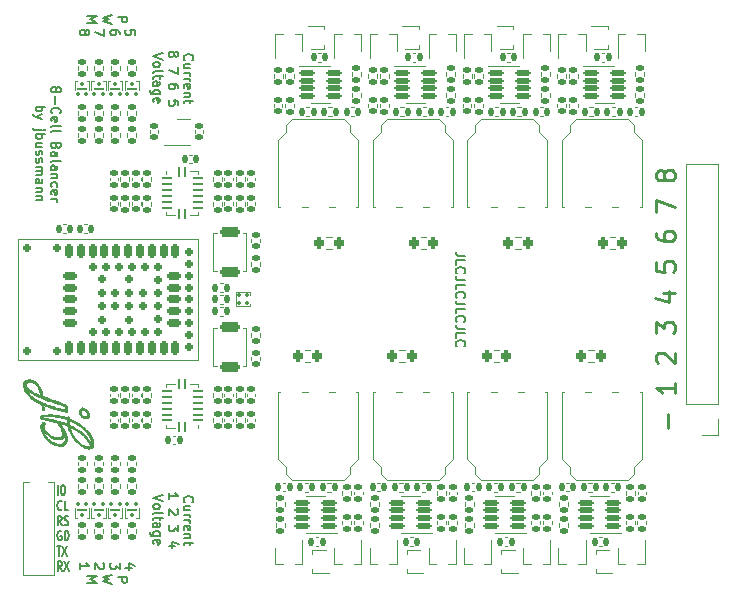
<source format=gto>
G04 #@! TF.GenerationSoftware,KiCad,Pcbnew,(6.0.11)*
G04 #@! TF.CreationDate,2024-02-18T11:49:07+01:00*
G04 #@! TF.ProjectId,8-Cell Balancer Charger,382d4365-6c6c-4204-9261-6c616e636572,rev?*
G04 #@! TF.SameCoordinates,Original*
G04 #@! TF.FileFunction,Legend,Top*
G04 #@! TF.FilePolarity,Positive*
%FSLAX46Y46*%
G04 Gerber Fmt 4.6, Leading zero omitted, Abs format (unit mm)*
G04 Created by KiCad (PCBNEW (6.0.11)) date 2024-02-18 11:49:07*
%MOMM*%
%LPD*%
G01*
G04 APERTURE LIST*
G04 Aperture macros list*
%AMRoundRect*
0 Rectangle with rounded corners*
0 $1 Rounding radius*
0 $2 $3 $4 $5 $6 $7 $8 $9 X,Y pos of 4 corners*
0 Add a 4 corners polygon primitive as box body*
4,1,4,$2,$3,$4,$5,$6,$7,$8,$9,$2,$3,0*
0 Add four circle primitives for the rounded corners*
1,1,$1+$1,$2,$3*
1,1,$1+$1,$4,$5*
1,1,$1+$1,$6,$7*
1,1,$1+$1,$8,$9*
0 Add four rect primitives between the rounded corners*
20,1,$1+$1,$2,$3,$4,$5,0*
20,1,$1+$1,$4,$5,$6,$7,0*
20,1,$1+$1,$6,$7,$8,$9,0*
20,1,$1+$1,$8,$9,$2,$3,0*%
G04 Aperture macros list end*
%ADD10C,0.150000*%
%ADD11C,0.240000*%
%ADD12C,0.120000*%
%ADD13C,0.010000*%
%ADD14RoundRect,0.060000X-0.060000X-0.390000X0.060000X-0.390000X0.060000X0.390000X-0.060000X0.390000X0*%
%ADD15RoundRect,0.060000X-0.390000X0.060000X-0.390000X-0.060000X0.390000X-0.060000X0.390000X0.060000X0*%
%ADD16RoundRect,0.060000X0.060000X0.390000X-0.060000X0.390000X-0.060000X-0.390000X0.060000X-0.390000X0*%
%ADD17RoundRect,0.060000X0.390000X-0.060000X0.390000X0.060000X-0.390000X0.060000X-0.390000X-0.060000X0*%
%ADD18R,0.900000X1.900000*%
%ADD19R,1.700000X1.700000*%
%ADD20O,1.700000X1.700000*%
%ADD21RoundRect,0.080000X-0.080000X0.080000X-0.080000X-0.080000X0.080000X-0.080000X0.080000X0.080000X0*%
%ADD22RoundRect,0.140000X-0.140000X-0.170000X0.140000X-0.170000X0.140000X0.170000X-0.140000X0.170000X0*%
%ADD23RoundRect,0.135000X-0.185000X0.135000X-0.185000X-0.135000X0.185000X-0.135000X0.185000X0.135000X0*%
%ADD24R,0.450000X0.700000*%
%ADD25RoundRect,0.135000X0.185000X-0.135000X0.185000X0.135000X-0.185000X0.135000X-0.185000X-0.135000X0*%
%ADD26RoundRect,0.200000X0.200000X0.275000X-0.200000X0.275000X-0.200000X-0.275000X0.200000X-0.275000X0*%
%ADD27RoundRect,0.140000X-0.170000X0.140000X-0.170000X-0.140000X0.170000X-0.140000X0.170000X0.140000X0*%
%ADD28C,0.800000*%
%ADD29RoundRect,0.140000X0.170000X-0.140000X0.170000X0.140000X-0.170000X0.140000X-0.170000X-0.140000X0*%
%ADD30R,0.600000X0.500000*%
%ADD31RoundRect,0.135000X-0.135000X-0.185000X0.135000X-0.185000X0.135000X0.185000X-0.135000X0.185000X0*%
%ADD32C,0.750000*%
%ADD33RoundRect,0.200000X0.650000X-0.200000X0.650000X0.200000X-0.650000X0.200000X-0.650000X-0.200000X0*%
%ADD34RoundRect,0.200000X-0.650000X0.200000X-0.650000X-0.200000X0.650000X-0.200000X0.650000X0.200000X0*%
%ADD35RoundRect,0.140000X0.140000X0.170000X-0.140000X0.170000X-0.140000X-0.170000X0.140000X-0.170000X0*%
%ADD36RoundRect,0.200000X-0.200000X-0.275000X0.200000X-0.275000X0.200000X0.275000X-0.200000X0.275000X0*%
%ADD37RoundRect,0.125000X0.537500X0.125000X-0.537500X0.125000X-0.537500X-0.125000X0.537500X-0.125000X0*%
%ADD38RoundRect,0.087500X0.087500X0.112500X-0.087500X0.112500X-0.087500X-0.112500X0.087500X-0.112500X0*%
%ADD39RoundRect,0.100000X0.100000X0.100000X-0.100000X0.100000X-0.100000X-0.100000X0.100000X-0.100000X0*%
%ADD40RoundRect,0.050000X0.400000X0.050000X-0.400000X0.050000X-0.400000X-0.050000X0.400000X-0.050000X0*%
%ADD41R,1.500000X0.910000*%
%ADD42O,1.500000X0.910000*%
%ADD43RoundRect,0.135000X0.135000X0.185000X-0.135000X0.185000X-0.135000X-0.185000X0.135000X-0.185000X0*%
%ADD44C,3.180000*%
%ADD45R,1.200000X2.000000*%
%ADD46RoundRect,0.125000X-0.537500X-0.125000X0.537500X-0.125000X0.537500X0.125000X-0.537500X0.125000X0*%
%ADD47RoundRect,0.087500X-0.087500X-0.112500X0.087500X-0.112500X0.087500X0.112500X-0.087500X0.112500X0*%
%ADD48RoundRect,0.050000X-0.400000X-0.050000X0.400000X-0.050000X0.400000X0.050000X-0.400000X0.050000X0*%
%ADD49RoundRect,0.100000X-0.100000X-0.100000X0.100000X-0.100000X0.100000X0.100000X-0.100000X0.100000X0*%
%ADD50R,0.525000X0.350000*%
%ADD51R,1.010000X1.700000*%
%ADD52RoundRect,0.175000X-0.175000X0.400000X-0.175000X-0.400000X0.175000X-0.400000X0.175000X0.400000X0*%
%ADD53RoundRect,0.175000X-0.400000X-0.175000X0.400000X-0.175000X0.400000X0.175000X-0.400000X0.175000X0*%
%ADD54RoundRect,0.175000X-0.175000X0.175000X-0.175000X-0.175000X0.175000X-0.175000X0.175000X0.175000X0*%
G04 APERTURE END LIST*
D10*
X-15797714Y-17157142D02*
X-15835809Y-17119047D01*
X-15873904Y-17004761D01*
X-15873904Y-16928571D01*
X-15835809Y-16814285D01*
X-15759619Y-16738095D01*
X-15683428Y-16700000D01*
X-15531047Y-16661904D01*
X-15416761Y-16661904D01*
X-15264380Y-16700000D01*
X-15188190Y-16738095D01*
X-15112000Y-16814285D01*
X-15073904Y-16928571D01*
X-15073904Y-17004761D01*
X-15112000Y-17119047D01*
X-15150095Y-17157142D01*
X-15340571Y-17842857D02*
X-15873904Y-17842857D01*
X-15340571Y-17500000D02*
X-15759619Y-17500000D01*
X-15835809Y-17538095D01*
X-15873904Y-17614285D01*
X-15873904Y-17728571D01*
X-15835809Y-17804761D01*
X-15797714Y-17842857D01*
X-15873904Y-18223809D02*
X-15340571Y-18223809D01*
X-15492952Y-18223809D02*
X-15416761Y-18261904D01*
X-15378666Y-18300000D01*
X-15340571Y-18376190D01*
X-15340571Y-18452380D01*
X-15873904Y-18719047D02*
X-15340571Y-18719047D01*
X-15492952Y-18719047D02*
X-15416761Y-18757142D01*
X-15378666Y-18795238D01*
X-15340571Y-18871428D01*
X-15340571Y-18947619D01*
X-15835809Y-19519047D02*
X-15873904Y-19442857D01*
X-15873904Y-19290476D01*
X-15835809Y-19214285D01*
X-15759619Y-19176190D01*
X-15454857Y-19176190D01*
X-15378666Y-19214285D01*
X-15340571Y-19290476D01*
X-15340571Y-19442857D01*
X-15378666Y-19519047D01*
X-15454857Y-19557142D01*
X-15531047Y-19557142D01*
X-15607238Y-19176190D01*
X-15340571Y-19900000D02*
X-15873904Y-19900000D01*
X-15416761Y-19900000D02*
X-15378666Y-19938095D01*
X-15340571Y-20014285D01*
X-15340571Y-20128571D01*
X-15378666Y-20204761D01*
X-15454857Y-20242857D01*
X-15873904Y-20242857D01*
X-15340571Y-20509523D02*
X-15340571Y-20814285D01*
X-15073904Y-20623809D02*
X-15759619Y-20623809D01*
X-15835809Y-20661904D01*
X-15873904Y-20738095D01*
X-15873904Y-20814285D01*
X-17161904Y-16871428D02*
X-17161904Y-16414285D01*
X-17161904Y-16642857D02*
X-16361904Y-16642857D01*
X-16476190Y-16566666D01*
X-16552380Y-16490476D01*
X-16590476Y-16414285D01*
X-16438095Y-17785714D02*
X-16400000Y-17823809D01*
X-16361904Y-17900000D01*
X-16361904Y-18090476D01*
X-16400000Y-18166666D01*
X-16438095Y-18204761D01*
X-16514285Y-18242857D01*
X-16590476Y-18242857D01*
X-16704761Y-18204761D01*
X-17161904Y-17747619D01*
X-17161904Y-18242857D01*
X-16361904Y-19119047D02*
X-16361904Y-19614285D01*
X-16666666Y-19347619D01*
X-16666666Y-19461904D01*
X-16704761Y-19538095D01*
X-16742857Y-19576190D01*
X-16819047Y-19614285D01*
X-17009523Y-19614285D01*
X-17085714Y-19576190D01*
X-17123809Y-19538095D01*
X-17161904Y-19461904D01*
X-17161904Y-19233333D01*
X-17123809Y-19157142D01*
X-17085714Y-19119047D01*
X-16628571Y-20909523D02*
X-17161904Y-20909523D01*
X-16323809Y-20719047D02*
X-16895238Y-20528571D01*
X-16895238Y-21023809D01*
X-17649904Y-16566666D02*
X-18449904Y-16833333D01*
X-17649904Y-17100000D01*
X-18449904Y-17480952D02*
X-18411809Y-17404761D01*
X-18373714Y-17366666D01*
X-18297523Y-17328571D01*
X-18068952Y-17328571D01*
X-17992761Y-17366666D01*
X-17954666Y-17404761D01*
X-17916571Y-17480952D01*
X-17916571Y-17595238D01*
X-17954666Y-17671428D01*
X-17992761Y-17709523D01*
X-18068952Y-17747619D01*
X-18297523Y-17747619D01*
X-18373714Y-17709523D01*
X-18411809Y-17671428D01*
X-18449904Y-17595238D01*
X-18449904Y-17480952D01*
X-18449904Y-18204761D02*
X-18411809Y-18128571D01*
X-18335619Y-18090476D01*
X-17649904Y-18090476D01*
X-17916571Y-18395238D02*
X-17916571Y-18700000D01*
X-17649904Y-18509523D02*
X-18335619Y-18509523D01*
X-18411809Y-18547619D01*
X-18449904Y-18623809D01*
X-18449904Y-18700000D01*
X-18449904Y-19309523D02*
X-18030857Y-19309523D01*
X-17954666Y-19271428D01*
X-17916571Y-19195238D01*
X-17916571Y-19042857D01*
X-17954666Y-18966666D01*
X-18411809Y-19309523D02*
X-18449904Y-19233333D01*
X-18449904Y-19042857D01*
X-18411809Y-18966666D01*
X-18335619Y-18928571D01*
X-18259428Y-18928571D01*
X-18183238Y-18966666D01*
X-18145142Y-19042857D01*
X-18145142Y-19233333D01*
X-18107047Y-19309523D01*
X-17916571Y-20033333D02*
X-18564190Y-20033333D01*
X-18640380Y-19995238D01*
X-18678476Y-19957142D01*
X-18716571Y-19880952D01*
X-18716571Y-19766666D01*
X-18678476Y-19690476D01*
X-18411809Y-20033333D02*
X-18449904Y-19957142D01*
X-18449904Y-19804761D01*
X-18411809Y-19728571D01*
X-18373714Y-19690476D01*
X-18297523Y-19652380D01*
X-18068952Y-19652380D01*
X-17992761Y-19690476D01*
X-17954666Y-19728571D01*
X-17916571Y-19804761D01*
X-17916571Y-19957142D01*
X-17954666Y-20033333D01*
X-18411809Y-20719047D02*
X-18449904Y-20642857D01*
X-18449904Y-20490476D01*
X-18411809Y-20414285D01*
X-18335619Y-20376190D01*
X-18030857Y-20376190D01*
X-17954666Y-20414285D01*
X-17916571Y-20490476D01*
X-17916571Y-20642857D01*
X-17954666Y-20719047D01*
X-18030857Y-20757142D01*
X-18107047Y-20757142D01*
X-18183238Y-20376190D01*
X-21473904Y-23464285D02*
X-20673904Y-23464285D01*
X-20673904Y-23807142D01*
X-20712000Y-23892857D01*
X-20750095Y-23935714D01*
X-20826285Y-23978571D01*
X-20940571Y-23978571D01*
X-21016761Y-23935714D01*
X-21054857Y-23892857D01*
X-21092952Y-23807142D01*
X-21092952Y-23464285D01*
X-21961904Y-23314285D02*
X-22761904Y-23528571D01*
X-22190476Y-23700000D01*
X-22761904Y-23871428D01*
X-21961904Y-24085714D01*
X-24049904Y-23400000D02*
X-23249904Y-23400000D01*
X-23821333Y-23700000D01*
X-23249904Y-24000000D01*
X-24049904Y-24000000D01*
X-20296571Y-22771428D02*
X-20829904Y-22771428D01*
X-19991809Y-22557142D02*
X-20563238Y-22342857D01*
X-20563238Y-22900000D01*
X-21317904Y-22300000D02*
X-21317904Y-22857142D01*
X-21622666Y-22557142D01*
X-21622666Y-22685714D01*
X-21660761Y-22771428D01*
X-21698857Y-22814285D01*
X-21775047Y-22857142D01*
X-21965523Y-22857142D01*
X-22041714Y-22814285D01*
X-22079809Y-22771428D01*
X-22117904Y-22685714D01*
X-22117904Y-22428571D01*
X-22079809Y-22342857D01*
X-22041714Y-22300000D01*
X-22682095Y-22342857D02*
X-22644000Y-22385714D01*
X-22605904Y-22471428D01*
X-22605904Y-22685714D01*
X-22644000Y-22771428D01*
X-22682095Y-22814285D01*
X-22758285Y-22857142D01*
X-22834476Y-22857142D01*
X-22948761Y-22814285D01*
X-23405904Y-22300000D01*
X-23405904Y-22857142D01*
X-24693904Y-22857142D02*
X-24693904Y-22342857D01*
X-24693904Y-22600000D02*
X-23893904Y-22600000D01*
X-24008190Y-22514285D01*
X-24084380Y-22428571D01*
X-24122476Y-22342857D01*
X-15797714Y20242857D02*
X-15835809Y20280952D01*
X-15873904Y20395238D01*
X-15873904Y20471428D01*
X-15835809Y20585714D01*
X-15759619Y20661904D01*
X-15683428Y20700000D01*
X-15531047Y20738095D01*
X-15416761Y20738095D01*
X-15264380Y20700000D01*
X-15188190Y20661904D01*
X-15112000Y20585714D01*
X-15073904Y20471428D01*
X-15073904Y20395238D01*
X-15112000Y20280952D01*
X-15150095Y20242857D01*
X-15340571Y19557142D02*
X-15873904Y19557142D01*
X-15340571Y19900000D02*
X-15759619Y19900000D01*
X-15835809Y19861904D01*
X-15873904Y19785714D01*
X-15873904Y19671428D01*
X-15835809Y19595238D01*
X-15797714Y19557142D01*
X-15873904Y19176190D02*
X-15340571Y19176190D01*
X-15492952Y19176190D02*
X-15416761Y19138095D01*
X-15378666Y19100000D01*
X-15340571Y19023809D01*
X-15340571Y18947619D01*
X-15873904Y18680952D02*
X-15340571Y18680952D01*
X-15492952Y18680952D02*
X-15416761Y18642857D01*
X-15378666Y18604761D01*
X-15340571Y18528571D01*
X-15340571Y18452380D01*
X-15835809Y17880952D02*
X-15873904Y17957142D01*
X-15873904Y18109523D01*
X-15835809Y18185714D01*
X-15759619Y18223809D01*
X-15454857Y18223809D01*
X-15378666Y18185714D01*
X-15340571Y18109523D01*
X-15340571Y17957142D01*
X-15378666Y17880952D01*
X-15454857Y17842857D01*
X-15531047Y17842857D01*
X-15607238Y18223809D01*
X-15340571Y17500000D02*
X-15873904Y17500000D01*
X-15416761Y17500000D02*
X-15378666Y17461904D01*
X-15340571Y17385714D01*
X-15340571Y17271428D01*
X-15378666Y17195238D01*
X-15454857Y17157142D01*
X-15873904Y17157142D01*
X-15340571Y16890476D02*
X-15340571Y16585714D01*
X-15073904Y16776190D02*
X-15759619Y16776190D01*
X-15835809Y16738095D01*
X-15873904Y16661904D01*
X-15873904Y16585714D01*
X-16704761Y20833333D02*
X-16666666Y20909523D01*
X-16628571Y20947619D01*
X-16552380Y20985714D01*
X-16514285Y20985714D01*
X-16438095Y20947619D01*
X-16400000Y20909523D01*
X-16361904Y20833333D01*
X-16361904Y20680952D01*
X-16400000Y20604761D01*
X-16438095Y20566666D01*
X-16514285Y20528571D01*
X-16552380Y20528571D01*
X-16628571Y20566666D01*
X-16666666Y20604761D01*
X-16704761Y20680952D01*
X-16704761Y20833333D01*
X-16742857Y20909523D01*
X-16780952Y20947619D01*
X-16857142Y20985714D01*
X-17009523Y20985714D01*
X-17085714Y20947619D01*
X-17123809Y20909523D01*
X-17161904Y20833333D01*
X-17161904Y20680952D01*
X-17123809Y20604761D01*
X-17085714Y20566666D01*
X-17009523Y20528571D01*
X-16857142Y20528571D01*
X-16780952Y20566666D01*
X-16742857Y20604761D01*
X-16704761Y20680952D01*
X-16361904Y19652380D02*
X-16361904Y19119047D01*
X-17161904Y19461904D01*
X-16361904Y17861904D02*
X-16361904Y18014285D01*
X-16400000Y18090476D01*
X-16438095Y18128571D01*
X-16552380Y18204761D01*
X-16704761Y18242857D01*
X-17009523Y18242857D01*
X-17085714Y18204761D01*
X-17123809Y18166666D01*
X-17161904Y18090476D01*
X-17161904Y17938095D01*
X-17123809Y17861904D01*
X-17085714Y17823809D01*
X-17009523Y17785714D01*
X-16819047Y17785714D01*
X-16742857Y17823809D01*
X-16704761Y17861904D01*
X-16666666Y17938095D01*
X-16666666Y18090476D01*
X-16704761Y18166666D01*
X-16742857Y18204761D01*
X-16819047Y18242857D01*
X-16361904Y16452380D02*
X-16361904Y16833333D01*
X-16742857Y16871428D01*
X-16704761Y16833333D01*
X-16666666Y16757142D01*
X-16666666Y16566666D01*
X-16704761Y16490476D01*
X-16742857Y16452380D01*
X-16819047Y16414285D01*
X-17009523Y16414285D01*
X-17085714Y16452380D01*
X-17123809Y16490476D01*
X-17161904Y16566666D01*
X-17161904Y16757142D01*
X-17123809Y16833333D01*
X-17085714Y16871428D01*
X-17649904Y20833333D02*
X-18449904Y20566666D01*
X-17649904Y20300000D01*
X-18449904Y19919047D02*
X-18411809Y19995238D01*
X-18373714Y20033333D01*
X-18297523Y20071428D01*
X-18068952Y20071428D01*
X-17992761Y20033333D01*
X-17954666Y19995238D01*
X-17916571Y19919047D01*
X-17916571Y19804761D01*
X-17954666Y19728571D01*
X-17992761Y19690476D01*
X-18068952Y19652380D01*
X-18297523Y19652380D01*
X-18373714Y19690476D01*
X-18411809Y19728571D01*
X-18449904Y19804761D01*
X-18449904Y19919047D01*
X-18449904Y19195238D02*
X-18411809Y19271428D01*
X-18335619Y19309523D01*
X-17649904Y19309523D01*
X-17916571Y19004761D02*
X-17916571Y18700000D01*
X-17649904Y18890476D02*
X-18335619Y18890476D01*
X-18411809Y18852380D01*
X-18449904Y18776190D01*
X-18449904Y18700000D01*
X-18449904Y18090476D02*
X-18030857Y18090476D01*
X-17954666Y18128571D01*
X-17916571Y18204761D01*
X-17916571Y18357142D01*
X-17954666Y18433333D01*
X-18411809Y18090476D02*
X-18449904Y18166666D01*
X-18449904Y18357142D01*
X-18411809Y18433333D01*
X-18335619Y18471428D01*
X-18259428Y18471428D01*
X-18183238Y18433333D01*
X-18145142Y18357142D01*
X-18145142Y18166666D01*
X-18107047Y18090476D01*
X-17916571Y17366666D02*
X-18564190Y17366666D01*
X-18640380Y17404761D01*
X-18678476Y17442857D01*
X-18716571Y17519047D01*
X-18716571Y17633333D01*
X-18678476Y17709523D01*
X-18411809Y17366666D02*
X-18449904Y17442857D01*
X-18449904Y17595238D01*
X-18411809Y17671428D01*
X-18373714Y17709523D01*
X-18297523Y17747619D01*
X-18068952Y17747619D01*
X-17992761Y17709523D01*
X-17954666Y17671428D01*
X-17916571Y17595238D01*
X-17916571Y17442857D01*
X-17954666Y17366666D01*
X-18411809Y16680952D02*
X-18449904Y16757142D01*
X-18449904Y16909523D01*
X-18411809Y16985714D01*
X-18335619Y17023809D01*
X-18030857Y17023809D01*
X-17954666Y16985714D01*
X-17916571Y16909523D01*
X-17916571Y16757142D01*
X-17954666Y16680952D01*
X-18030857Y16642857D01*
X-18107047Y16642857D01*
X-18183238Y17023809D01*
X-21473904Y23909523D02*
X-20673904Y23909523D01*
X-20673904Y23604761D01*
X-20712000Y23528571D01*
X-20750095Y23490476D01*
X-20826285Y23452380D01*
X-20940571Y23452380D01*
X-21016761Y23490476D01*
X-21054857Y23528571D01*
X-21092952Y23604761D01*
X-21092952Y23909523D01*
X-21961904Y24042857D02*
X-22761904Y23852380D01*
X-22190476Y23700000D01*
X-22761904Y23547619D01*
X-21961904Y23357142D01*
X-24049904Y23966666D02*
X-23249904Y23966666D01*
X-23821333Y23700000D01*
X-23249904Y23433333D01*
X-24049904Y23433333D01*
X-26559642Y-16541904D02*
X-26559642Y-15741904D01*
X-26159642Y-15741904D02*
X-26045357Y-15741904D01*
X-25988214Y-15780000D01*
X-25931071Y-15856190D01*
X-25902500Y-16008571D01*
X-25902500Y-16275238D01*
X-25931071Y-16427619D01*
X-25988214Y-16503809D01*
X-26045357Y-16541904D01*
X-26159642Y-16541904D01*
X-26216785Y-16503809D01*
X-26273928Y-16427619D01*
X-26302500Y-16275238D01*
X-26302500Y-16008571D01*
X-26273928Y-15856190D01*
X-26216785Y-15780000D01*
X-26159642Y-15741904D01*
X-26216785Y-17753714D02*
X-26245357Y-17791809D01*
X-26331071Y-17829904D01*
X-26388214Y-17829904D01*
X-26473928Y-17791809D01*
X-26531071Y-17715619D01*
X-26559642Y-17639428D01*
X-26588214Y-17487047D01*
X-26588214Y-17372761D01*
X-26559642Y-17220380D01*
X-26531071Y-17144190D01*
X-26473928Y-17068000D01*
X-26388214Y-17029904D01*
X-26331071Y-17029904D01*
X-26245357Y-17068000D01*
X-26216785Y-17106095D01*
X-25673928Y-17829904D02*
X-25959642Y-17829904D01*
X-25959642Y-17029904D01*
X-26216785Y-19117904D02*
X-26416785Y-18736952D01*
X-26559642Y-19117904D02*
X-26559642Y-18317904D01*
X-26331071Y-18317904D01*
X-26273928Y-18356000D01*
X-26245357Y-18394095D01*
X-26216785Y-18470285D01*
X-26216785Y-18584571D01*
X-26245357Y-18660761D01*
X-26273928Y-18698857D01*
X-26331071Y-18736952D01*
X-26559642Y-18736952D01*
X-25988214Y-19079809D02*
X-25902500Y-19117904D01*
X-25759642Y-19117904D01*
X-25702500Y-19079809D01*
X-25673928Y-19041714D01*
X-25645357Y-18965523D01*
X-25645357Y-18889333D01*
X-25673928Y-18813142D01*
X-25702500Y-18775047D01*
X-25759642Y-18736952D01*
X-25873928Y-18698857D01*
X-25931071Y-18660761D01*
X-25959642Y-18622666D01*
X-25988214Y-18546476D01*
X-25988214Y-18470285D01*
X-25959642Y-18394095D01*
X-25931071Y-18356000D01*
X-25873928Y-18317904D01*
X-25731071Y-18317904D01*
X-25645357Y-18356000D01*
X-26245357Y-19644000D02*
X-26302500Y-19605904D01*
X-26388214Y-19605904D01*
X-26473928Y-19644000D01*
X-26531071Y-19720190D01*
X-26559642Y-19796380D01*
X-26588214Y-19948761D01*
X-26588214Y-20063047D01*
X-26559642Y-20215428D01*
X-26531071Y-20291619D01*
X-26473928Y-20367809D01*
X-26388214Y-20405904D01*
X-26331071Y-20405904D01*
X-26245357Y-20367809D01*
X-26216785Y-20329714D01*
X-26216785Y-20063047D01*
X-26331071Y-20063047D01*
X-25959642Y-20405904D02*
X-25959642Y-19605904D01*
X-25816785Y-19605904D01*
X-25731071Y-19644000D01*
X-25673928Y-19720190D01*
X-25645357Y-19796380D01*
X-25616785Y-19948761D01*
X-25616785Y-20063047D01*
X-25645357Y-20215428D01*
X-25673928Y-20291619D01*
X-25731071Y-20367809D01*
X-25816785Y-20405904D01*
X-25959642Y-20405904D01*
X-26645357Y-20893904D02*
X-26302500Y-20893904D01*
X-26473928Y-21693904D02*
X-26473928Y-20893904D01*
X-26159642Y-20893904D02*
X-25759642Y-21693904D01*
X-25759642Y-20893904D02*
X-26159642Y-21693904D01*
X-26216785Y-22981904D02*
X-26416785Y-22600952D01*
X-26559642Y-22981904D02*
X-26559642Y-22181904D01*
X-26331071Y-22181904D01*
X-26273928Y-22220000D01*
X-26245357Y-22258095D01*
X-26216785Y-22334285D01*
X-26216785Y-22448571D01*
X-26245357Y-22524761D01*
X-26273928Y-22562857D01*
X-26331071Y-22600952D01*
X-26559642Y-22600952D01*
X-26016785Y-22181904D02*
X-25616785Y-22981904D01*
X-25616785Y-22181904D02*
X-26016785Y-22981904D01*
D11*
X25114285Y-10857142D02*
X25114285Y-9714285D01*
X25723809Y-7071428D02*
X25723809Y-7928571D01*
X25723809Y-7500000D02*
X24123809Y-7500000D01*
X24352380Y-7642857D01*
X24504761Y-7785714D01*
X24580952Y-7928571D01*
X24276190Y-5357142D02*
X24200000Y-5285714D01*
X24123809Y-5142857D01*
X24123809Y-4785714D01*
X24200000Y-4642857D01*
X24276190Y-4571428D01*
X24428571Y-4500000D01*
X24580952Y-4500000D01*
X24809523Y-4571428D01*
X25723809Y-5428571D01*
X25723809Y-4500000D01*
X24123809Y-2857142D02*
X24123809Y-1928571D01*
X24733333Y-2428571D01*
X24733333Y-2214285D01*
X24809523Y-2071428D01*
X24885714Y-2000000D01*
X25038095Y-1928571D01*
X25419047Y-1928571D01*
X25571428Y-2000000D01*
X25647619Y-2071428D01*
X25723809Y-2214285D01*
X25723809Y-2642857D01*
X25647619Y-2785714D01*
X25571428Y-2857142D01*
X24657142Y499999D02*
X25723809Y499999D01*
X24047619Y142857D02*
X25190476Y-214285D01*
X25190476Y714285D01*
X24123809Y3142857D02*
X24123809Y2428571D01*
X24885714Y2357142D01*
X24809523Y2428571D01*
X24733333Y2571428D01*
X24733333Y2928571D01*
X24809523Y3071428D01*
X24885714Y3142857D01*
X25038095Y3214285D01*
X25419047Y3214285D01*
X25571428Y3142857D01*
X25647619Y3071428D01*
X25723809Y2928571D01*
X25723809Y2571428D01*
X25647619Y2428571D01*
X25571428Y2357142D01*
X24123809Y5642857D02*
X24123809Y5357142D01*
X24200000Y5214285D01*
X24276190Y5142857D01*
X24504761Y4999999D01*
X24809523Y4928571D01*
X25419047Y4928571D01*
X25571428Y4999999D01*
X25647619Y5071428D01*
X25723809Y5214285D01*
X25723809Y5499999D01*
X25647619Y5642857D01*
X25571428Y5714285D01*
X25419047Y5785714D01*
X25038095Y5785714D01*
X24885714Y5714285D01*
X24809523Y5642857D01*
X24733333Y5499999D01*
X24733333Y5214285D01*
X24809523Y5071428D01*
X24885714Y4999999D01*
X25038095Y4928571D01*
X24123809Y7428571D02*
X24123809Y8428571D01*
X25723809Y7785714D01*
X24809523Y10357142D02*
X24733333Y10214285D01*
X24657142Y10142857D01*
X24504761Y10071428D01*
X24428571Y10071428D01*
X24276190Y10142857D01*
X24200000Y10214285D01*
X24123809Y10357142D01*
X24123809Y10642857D01*
X24200000Y10785714D01*
X24276190Y10857142D01*
X24428571Y10928571D01*
X24504761Y10928571D01*
X24657142Y10857142D01*
X24733333Y10785714D01*
X24809523Y10642857D01*
X24809523Y10357142D01*
X24885714Y10214285D01*
X24961904Y10142857D01*
X25114285Y10071428D01*
X25419047Y10071428D01*
X25571428Y10142857D01*
X25647619Y10214285D01*
X25723809Y10357142D01*
X25723809Y10642857D01*
X25647619Y10785714D01*
X25571428Y10857142D01*
X25419047Y10928571D01*
X25114285Y10928571D01*
X24961904Y10857142D01*
X24885714Y10785714D01*
X24809523Y10642857D01*
D10*
X-20029904Y22409523D02*
X-20029904Y22790476D01*
X-20410857Y22828571D01*
X-20372761Y22790476D01*
X-20334666Y22714285D01*
X-20334666Y22523809D01*
X-20372761Y22447619D01*
X-20410857Y22409523D01*
X-20487047Y22371428D01*
X-20677523Y22371428D01*
X-20753714Y22409523D01*
X-20791809Y22447619D01*
X-20829904Y22523809D01*
X-20829904Y22714285D01*
X-20791809Y22790476D01*
X-20753714Y22828571D01*
X-21317904Y22447619D02*
X-21317904Y22600000D01*
X-21356000Y22676190D01*
X-21394095Y22714285D01*
X-21508380Y22790476D01*
X-21660761Y22828571D01*
X-21965523Y22828571D01*
X-22041714Y22790476D01*
X-22079809Y22752380D01*
X-22117904Y22676190D01*
X-22117904Y22523809D01*
X-22079809Y22447619D01*
X-22041714Y22409523D01*
X-21965523Y22371428D01*
X-21775047Y22371428D01*
X-21698857Y22409523D01*
X-21660761Y22447619D01*
X-21622666Y22523809D01*
X-21622666Y22676190D01*
X-21660761Y22752380D01*
X-21698857Y22790476D01*
X-21775047Y22828571D01*
X-22605904Y22866666D02*
X-22605904Y22333333D01*
X-23405904Y22676190D01*
X-24236761Y22676190D02*
X-24198666Y22752380D01*
X-24160571Y22790476D01*
X-24084380Y22828571D01*
X-24046285Y22828571D01*
X-23970095Y22790476D01*
X-23932000Y22752380D01*
X-23893904Y22676190D01*
X-23893904Y22523809D01*
X-23932000Y22447619D01*
X-23970095Y22409523D01*
X-24046285Y22371428D01*
X-24084380Y22371428D01*
X-24160571Y22409523D01*
X-24198666Y22447619D01*
X-24236761Y22523809D01*
X-24236761Y22676190D01*
X-24274857Y22752380D01*
X-24312952Y22790476D01*
X-24389142Y22828571D01*
X-24541523Y22828571D01*
X-24617714Y22790476D01*
X-24655809Y22752380D01*
X-24693904Y22676190D01*
X-24693904Y22523809D01*
X-24655809Y22447619D01*
X-24617714Y22409523D01*
X-24541523Y22371428D01*
X-24389142Y22371428D01*
X-24312952Y22409523D01*
X-24274857Y22447619D01*
X-24236761Y22523809D01*
X-26660761Y17835595D02*
X-26622666Y17911785D01*
X-26584571Y17949880D01*
X-26508380Y17987976D01*
X-26470285Y17987976D01*
X-26394095Y17949880D01*
X-26356000Y17911785D01*
X-26317904Y17835595D01*
X-26317904Y17683214D01*
X-26356000Y17607023D01*
X-26394095Y17568928D01*
X-26470285Y17530833D01*
X-26508380Y17530833D01*
X-26584571Y17568928D01*
X-26622666Y17607023D01*
X-26660761Y17683214D01*
X-26660761Y17835595D01*
X-26698857Y17911785D01*
X-26736952Y17949880D01*
X-26813142Y17987976D01*
X-26965523Y17987976D01*
X-27041714Y17949880D01*
X-27079809Y17911785D01*
X-27117904Y17835595D01*
X-27117904Y17683214D01*
X-27079809Y17607023D01*
X-27041714Y17568928D01*
X-26965523Y17530833D01*
X-26813142Y17530833D01*
X-26736952Y17568928D01*
X-26698857Y17607023D01*
X-26660761Y17683214D01*
X-26813142Y17187976D02*
X-26813142Y16578452D01*
X-27041714Y15740357D02*
X-27079809Y15778452D01*
X-27117904Y15892738D01*
X-27117904Y15968928D01*
X-27079809Y16083214D01*
X-27003619Y16159404D01*
X-26927428Y16197500D01*
X-26775047Y16235595D01*
X-26660761Y16235595D01*
X-26508380Y16197500D01*
X-26432190Y16159404D01*
X-26356000Y16083214D01*
X-26317904Y15968928D01*
X-26317904Y15892738D01*
X-26356000Y15778452D01*
X-26394095Y15740357D01*
X-27079809Y15092738D02*
X-27117904Y15168928D01*
X-27117904Y15321309D01*
X-27079809Y15397500D01*
X-27003619Y15435595D01*
X-26698857Y15435595D01*
X-26622666Y15397500D01*
X-26584571Y15321309D01*
X-26584571Y15168928D01*
X-26622666Y15092738D01*
X-26698857Y15054642D01*
X-26775047Y15054642D01*
X-26851238Y15435595D01*
X-27117904Y14597500D02*
X-27079809Y14673690D01*
X-27003619Y14711785D01*
X-26317904Y14711785D01*
X-27117904Y14178452D02*
X-27079809Y14254642D01*
X-27003619Y14292738D01*
X-26317904Y14292738D01*
X-26698857Y12997500D02*
X-26736952Y12883214D01*
X-26775047Y12845119D01*
X-26851238Y12807023D01*
X-26965523Y12807023D01*
X-27041714Y12845119D01*
X-27079809Y12883214D01*
X-27117904Y12959404D01*
X-27117904Y13264166D01*
X-26317904Y13264166D01*
X-26317904Y12997500D01*
X-26356000Y12921309D01*
X-26394095Y12883214D01*
X-26470285Y12845119D01*
X-26546476Y12845119D01*
X-26622666Y12883214D01*
X-26660761Y12921309D01*
X-26698857Y12997500D01*
X-26698857Y13264166D01*
X-27117904Y12121309D02*
X-26698857Y12121309D01*
X-26622666Y12159404D01*
X-26584571Y12235595D01*
X-26584571Y12387976D01*
X-26622666Y12464166D01*
X-27079809Y12121309D02*
X-27117904Y12197500D01*
X-27117904Y12387976D01*
X-27079809Y12464166D01*
X-27003619Y12502261D01*
X-26927428Y12502261D01*
X-26851238Y12464166D01*
X-26813142Y12387976D01*
X-26813142Y12197500D01*
X-26775047Y12121309D01*
X-27117904Y11626071D02*
X-27079809Y11702261D01*
X-27003619Y11740357D01*
X-26317904Y11740357D01*
X-27117904Y10978452D02*
X-26698857Y10978452D01*
X-26622666Y11016547D01*
X-26584571Y11092738D01*
X-26584571Y11245119D01*
X-26622666Y11321309D01*
X-27079809Y10978452D02*
X-27117904Y11054642D01*
X-27117904Y11245119D01*
X-27079809Y11321309D01*
X-27003619Y11359404D01*
X-26927428Y11359404D01*
X-26851238Y11321309D01*
X-26813142Y11245119D01*
X-26813142Y11054642D01*
X-26775047Y10978452D01*
X-26584571Y10597500D02*
X-27117904Y10597500D01*
X-26660761Y10597500D02*
X-26622666Y10559404D01*
X-26584571Y10483214D01*
X-26584571Y10368928D01*
X-26622666Y10292738D01*
X-26698857Y10254642D01*
X-27117904Y10254642D01*
X-27079809Y9530833D02*
X-27117904Y9607023D01*
X-27117904Y9759404D01*
X-27079809Y9835595D01*
X-27041714Y9873690D01*
X-26965523Y9911785D01*
X-26736952Y9911785D01*
X-26660761Y9873690D01*
X-26622666Y9835595D01*
X-26584571Y9759404D01*
X-26584571Y9607023D01*
X-26622666Y9530833D01*
X-27079809Y8883214D02*
X-27117904Y8959404D01*
X-27117904Y9111785D01*
X-27079809Y9187976D01*
X-27003619Y9226071D01*
X-26698857Y9226071D01*
X-26622666Y9187976D01*
X-26584571Y9111785D01*
X-26584571Y8959404D01*
X-26622666Y8883214D01*
X-26698857Y8845119D01*
X-26775047Y8845119D01*
X-26851238Y9226071D01*
X-27117904Y8502261D02*
X-26584571Y8502261D01*
X-26736952Y8502261D02*
X-26660761Y8464166D01*
X-26622666Y8426071D01*
X-26584571Y8349880D01*
X-26584571Y8273690D01*
X-28405904Y16311785D02*
X-27605904Y16311785D01*
X-27910666Y16311785D02*
X-27872571Y16235595D01*
X-27872571Y16083214D01*
X-27910666Y16007023D01*
X-27948761Y15968928D01*
X-28024952Y15930833D01*
X-28253523Y15930833D01*
X-28329714Y15968928D01*
X-28367809Y16007023D01*
X-28405904Y16083214D01*
X-28405904Y16235595D01*
X-28367809Y16311785D01*
X-27872571Y15664166D02*
X-28405904Y15473690D01*
X-27872571Y15283214D02*
X-28405904Y15473690D01*
X-28596380Y15549880D01*
X-28634476Y15587976D01*
X-28672571Y15664166D01*
X-27872571Y14368928D02*
X-28558285Y14368928D01*
X-28634476Y14407023D01*
X-28672571Y14483214D01*
X-28672571Y14521309D01*
X-27605904Y14368928D02*
X-27644000Y14407023D01*
X-27682095Y14368928D01*
X-27644000Y14330833D01*
X-27605904Y14368928D01*
X-27682095Y14368928D01*
X-28405904Y13987976D02*
X-27605904Y13987976D01*
X-27910666Y13987976D02*
X-27872571Y13911785D01*
X-27872571Y13759404D01*
X-27910666Y13683214D01*
X-27948761Y13645119D01*
X-28024952Y13607023D01*
X-28253523Y13607023D01*
X-28329714Y13645119D01*
X-28367809Y13683214D01*
X-28405904Y13759404D01*
X-28405904Y13911785D01*
X-28367809Y13987976D01*
X-27872571Y12921309D02*
X-28405904Y12921309D01*
X-27872571Y13264166D02*
X-28291619Y13264166D01*
X-28367809Y13226071D01*
X-28405904Y13149880D01*
X-28405904Y13035595D01*
X-28367809Y12959404D01*
X-28329714Y12921309D01*
X-28367809Y12578452D02*
X-28405904Y12502261D01*
X-28405904Y12349880D01*
X-28367809Y12273690D01*
X-28291619Y12235595D01*
X-28253523Y12235595D01*
X-28177333Y12273690D01*
X-28139238Y12349880D01*
X-28139238Y12464166D01*
X-28101142Y12540357D01*
X-28024952Y12578452D01*
X-27986857Y12578452D01*
X-27910666Y12540357D01*
X-27872571Y12464166D01*
X-27872571Y12349880D01*
X-27910666Y12273690D01*
X-28367809Y11930833D02*
X-28405904Y11854642D01*
X-28405904Y11702261D01*
X-28367809Y11626071D01*
X-28291619Y11587976D01*
X-28253523Y11587976D01*
X-28177333Y11626071D01*
X-28139238Y11702261D01*
X-28139238Y11816547D01*
X-28101142Y11892738D01*
X-28024952Y11930833D01*
X-27986857Y11930833D01*
X-27910666Y11892738D01*
X-27872571Y11816547D01*
X-27872571Y11702261D01*
X-27910666Y11626071D01*
X-28405904Y11245119D02*
X-27872571Y11245119D01*
X-27948761Y11245119D02*
X-27910666Y11207023D01*
X-27872571Y11130833D01*
X-27872571Y11016547D01*
X-27910666Y10940357D01*
X-27986857Y10902261D01*
X-28405904Y10902261D01*
X-27986857Y10902261D02*
X-27910666Y10864166D01*
X-27872571Y10787976D01*
X-27872571Y10673690D01*
X-27910666Y10597500D01*
X-27986857Y10559404D01*
X-28405904Y10559404D01*
X-28405904Y9835595D02*
X-27986857Y9835595D01*
X-27910666Y9873690D01*
X-27872571Y9949880D01*
X-27872571Y10102261D01*
X-27910666Y10178452D01*
X-28367809Y9835595D02*
X-28405904Y9911785D01*
X-28405904Y10102261D01*
X-28367809Y10178452D01*
X-28291619Y10216547D01*
X-28215428Y10216547D01*
X-28139238Y10178452D01*
X-28101142Y10102261D01*
X-28101142Y9911785D01*
X-28063047Y9835595D01*
X-27872571Y9454642D02*
X-28405904Y9454642D01*
X-27948761Y9454642D02*
X-27910666Y9416547D01*
X-27872571Y9340357D01*
X-27872571Y9226071D01*
X-27910666Y9149880D01*
X-27986857Y9111785D01*
X-28405904Y9111785D01*
X-27872571Y8730833D02*
X-28405904Y8730833D01*
X-27948761Y8730833D02*
X-27910666Y8692738D01*
X-27872571Y8616547D01*
X-27872571Y8502261D01*
X-27910666Y8426071D01*
X-27986857Y8387976D01*
X-28405904Y8387976D01*
X7938095Y3695238D02*
X7366666Y3695238D01*
X7252380Y3733333D01*
X7176190Y3809523D01*
X7138095Y3923809D01*
X7138095Y4000000D01*
X7138095Y2933333D02*
X7138095Y3314285D01*
X7938095Y3314285D01*
X7214285Y2209523D02*
X7176190Y2247619D01*
X7138095Y2361904D01*
X7138095Y2438095D01*
X7176190Y2552380D01*
X7252380Y2628571D01*
X7328571Y2666666D01*
X7480952Y2704761D01*
X7595238Y2704761D01*
X7747619Y2666666D01*
X7823809Y2628571D01*
X7900000Y2552380D01*
X7938095Y2438095D01*
X7938095Y2361904D01*
X7900000Y2247619D01*
X7861904Y2209523D01*
X7938095Y1638095D02*
X7366666Y1638095D01*
X7252380Y1676190D01*
X7176190Y1752380D01*
X7138095Y1866666D01*
X7138095Y1942857D01*
X7138095Y876190D02*
X7138095Y1257142D01*
X7938095Y1257142D01*
X7214285Y152380D02*
X7176190Y190476D01*
X7138095Y304761D01*
X7138095Y380952D01*
X7176190Y495238D01*
X7252380Y571428D01*
X7328571Y609523D01*
X7480952Y647619D01*
X7595238Y647619D01*
X7747619Y609523D01*
X7823809Y571428D01*
X7900000Y495238D01*
X7938095Y380952D01*
X7938095Y304761D01*
X7900000Y190476D01*
X7861904Y152380D01*
X7938095Y-419047D02*
X7366666Y-419047D01*
X7252380Y-380952D01*
X7176190Y-304761D01*
X7138095Y-190476D01*
X7138095Y-114285D01*
X7138095Y-1180952D02*
X7138095Y-799999D01*
X7938095Y-799999D01*
X7214285Y-1904761D02*
X7176190Y-1866666D01*
X7138095Y-1752380D01*
X7138095Y-1676190D01*
X7176190Y-1561904D01*
X7252380Y-1485714D01*
X7328571Y-1447619D01*
X7480952Y-1409523D01*
X7595238Y-1409523D01*
X7747619Y-1447619D01*
X7823809Y-1485714D01*
X7900000Y-1561904D01*
X7938095Y-1676190D01*
X7938095Y-1752380D01*
X7900000Y-1866666D01*
X7861904Y-1904761D01*
X7938095Y-2476190D02*
X7366666Y-2476190D01*
X7252380Y-2438095D01*
X7176190Y-2361904D01*
X7138095Y-2247619D01*
X7138095Y-2171428D01*
X7138095Y-3238095D02*
X7138095Y-2857142D01*
X7938095Y-2857142D01*
X7214285Y-3961904D02*
X7176190Y-3923809D01*
X7138095Y-3809523D01*
X7138095Y-3733333D01*
X7176190Y-3619047D01*
X7252380Y-3542857D01*
X7328571Y-3504761D01*
X7480952Y-3466666D01*
X7595238Y-3466666D01*
X7747619Y-3504761D01*
X7823809Y-3542857D01*
X7899999Y-3619047D01*
X7938095Y-3733333D01*
X7938095Y-3809523D01*
X7899999Y-3923809D01*
X7861904Y-3961904D01*
D12*
X-15400000Y10850000D02*
X-14650000Y10850000D01*
X-14650000Y7150000D02*
X-15400000Y7150000D01*
X-14650000Y10850000D02*
X-14650000Y10600000D01*
X-16600000Y7150000D02*
X-17350000Y7150000D01*
X-14650000Y7400000D02*
X-14650000Y7150000D01*
X-17350000Y10600000D02*
X-17350000Y10850000D01*
X-17350000Y7150000D02*
X-17350000Y7400000D01*
X-14650000Y-7150000D02*
X-14650000Y-7400000D01*
X-17350000Y-7150000D02*
X-16600000Y-7150000D01*
X-14650000Y-10600000D02*
X-14650000Y-10850000D01*
X-17350000Y-10850000D02*
X-17350000Y-10600000D01*
X-15400000Y-7150000D02*
X-14650000Y-7150000D01*
X-16600000Y-10850000D02*
X-17350000Y-10850000D01*
X-17350000Y-7400000D02*
X-17350000Y-7150000D01*
X29330000Y-8890000D02*
X26670000Y-8890000D01*
X29330000Y-11490000D02*
X28000000Y-11490000D01*
X29330000Y-10160000D02*
X29330000Y-11490000D01*
X29330000Y-8890000D02*
X29330000Y11490000D01*
X29330000Y11490000D02*
X26670000Y11490000D01*
X26670000Y-8890000D02*
X26670000Y11490000D01*
X-10300000Y600000D02*
X-11500000Y600000D01*
X-10300000Y400000D02*
X-10300000Y600000D01*
X-10300000Y-600000D02*
X-10300000Y-400000D01*
X-11500000Y-600000D02*
X-10300000Y-600000D01*
X-11500000Y600000D02*
X-11500000Y-600000D01*
X16492164Y-15540000D02*
X16707836Y-15540000D01*
X16492164Y-16260000D02*
X16707836Y-16260000D01*
X19292164Y-20140000D02*
X19507836Y-20140000D01*
X19292164Y-20860000D02*
X19507836Y-20860000D01*
X-11480000Y10353641D02*
X-11480000Y10046359D01*
X-10720000Y10353641D02*
X-10720000Y10046359D01*
X-3160000Y22430000D02*
X-2500000Y22430000D01*
X-1500000Y22430000D02*
X-840000Y22430000D01*
X-840000Y21020000D02*
X-840000Y22430000D01*
X-3160000Y22430000D02*
X-3160000Y20400000D01*
X-13380000Y-8253641D02*
X-13380000Y-7946359D01*
X-12620000Y-8253641D02*
X-12620000Y-7946359D01*
X20637258Y5322500D02*
X20162742Y5322500D01*
X20637258Y4277500D02*
X20162742Y4277500D01*
X-12620000Y-10353641D02*
X-12620000Y-10046359D01*
X-13380000Y-10353641D02*
X-13380000Y-10046359D01*
X12840000Y-21020000D02*
X12840000Y-22430000D01*
X15160000Y-22430000D02*
X15160000Y-20400000D01*
X13500000Y-22430000D02*
X12840000Y-22430000D01*
X15160000Y-22430000D02*
X14500000Y-22430000D01*
X-9440000Y-4892164D02*
X-9440000Y-5107836D01*
X-10160000Y-4892164D02*
X-10160000Y-5107836D01*
X9480000Y18746359D02*
X9480000Y19053641D01*
X8720000Y18746359D02*
X8720000Y19053641D01*
X-19920000Y14053641D02*
X-19920000Y13746359D01*
X-20680000Y14053641D02*
X-20680000Y13746359D01*
X4637258Y5322500D02*
X4162742Y5322500D01*
X4637258Y4277500D02*
X4162742Y4277500D01*
X-11480000Y-8253641D02*
X-11480000Y-7946359D01*
X-10720000Y-8253641D02*
X-10720000Y-7946359D01*
X-24880000Y-15646359D02*
X-24880000Y-15953641D01*
X-24120000Y-15646359D02*
X-24120000Y-15953641D01*
X-19540000Y-8207836D02*
X-19540000Y-7992164D01*
X-20260000Y-8207836D02*
X-20260000Y-7992164D01*
X8492164Y-16260000D02*
X8707836Y-16260000D01*
X8492164Y-15540000D02*
X8707836Y-15540000D01*
X15720000Y18746359D02*
X15720000Y19053641D01*
X16480000Y18746359D02*
X16480000Y19053641D01*
X-5840000Y-22430000D02*
X-5840000Y-20400000D01*
X-5840000Y-22430000D02*
X-6500000Y-22430000D01*
X-7500000Y-22430000D02*
X-8160000Y-22430000D01*
X-8160000Y-21020000D02*
X-8160000Y-22430000D01*
X-19380000Y10353641D02*
X-19380000Y10046359D01*
X-18620000Y10353641D02*
X-18620000Y10046359D01*
X2990000Y-23160000D02*
X4400000Y-23160000D01*
X2990000Y-23160000D02*
X2990000Y-22850000D01*
X2990000Y-21240000D02*
X2990000Y-21550000D01*
X2990000Y-21240000D02*
X4150000Y-21240000D01*
X-5553641Y16280000D02*
X-5246359Y16280000D01*
X-5553641Y15520000D02*
X-5246359Y15520000D01*
X18160000Y-22430000D02*
X18160000Y-20400000D01*
X18160000Y-22430000D02*
X17500000Y-22430000D01*
X16500000Y-22430000D02*
X15840000Y-22430000D01*
X15840000Y-21020000D02*
X15840000Y-22430000D01*
X-23480000Y-14053641D02*
X-23480000Y-13746359D01*
X-22720000Y-14053641D02*
X-22720000Y-13746359D01*
X21520000Y-18746359D02*
X21520000Y-19053641D01*
X22280000Y-18746359D02*
X22280000Y-19053641D01*
X-13400000Y-5600000D02*
X-13400000Y-2400000D01*
X-10900000Y-2400000D02*
X-10600000Y-2400000D01*
X-13100000Y-5600000D02*
X-13400000Y-5600000D01*
X-10600000Y-2400000D02*
X-10600000Y-5600000D01*
X-13400000Y-2400000D02*
X-13100000Y-2400000D01*
X-10600000Y-5600000D02*
X-10900000Y-5600000D01*
X-23480000Y19446359D02*
X-23480000Y19753641D01*
X-22720000Y19446359D02*
X-22720000Y19753641D01*
X-1492164Y16260000D02*
X-1707836Y16260000D01*
X-1492164Y15540000D02*
X-1707836Y15540000D01*
X-12460000Y10307836D02*
X-12460000Y10092164D01*
X-11740000Y10307836D02*
X-11740000Y10092164D01*
X15740000Y16507836D02*
X15740000Y16292164D01*
X16460000Y16507836D02*
X16460000Y16292164D01*
X23080000Y19253641D02*
X23080000Y18946359D01*
X22320000Y19253641D02*
X22320000Y18946359D01*
X-21320000Y19446359D02*
X-21320000Y19753641D01*
X-22080000Y19446359D02*
X-22080000Y19753641D01*
X10362742Y-5322500D02*
X10837258Y-5322500D01*
X10362742Y-4277500D02*
X10837258Y-4277500D01*
X8680000Y-19253641D02*
X8680000Y-18946359D01*
X7920000Y-19253641D02*
X7920000Y-18946359D01*
X14280000Y-16553641D02*
X14280000Y-16246359D01*
X13520000Y-16553641D02*
X13520000Y-16246359D01*
X-23480000Y-15646359D02*
X-23480000Y-15953641D01*
X-22720000Y-15646359D02*
X-22720000Y-15953641D01*
X-9440000Y4892164D02*
X-9440000Y5107836D01*
X-10160000Y4892164D02*
X-10160000Y5107836D01*
X-5637258Y-5322500D02*
X-5162742Y-5322500D01*
X-5637258Y-4277500D02*
X-5162742Y-4277500D01*
X-10560000Y-10307836D02*
X-10560000Y-10092164D01*
X-9840000Y-10307836D02*
X-9840000Y-10092164D01*
X6540000Y-16507836D02*
X6540000Y-16292164D01*
X7260000Y-16507836D02*
X7260000Y-16292164D01*
X19300000Y-19760000D02*
X18500000Y-19760000D01*
X19300000Y-16640000D02*
X20100000Y-16640000D01*
X19300000Y-16640000D02*
X18500000Y-16640000D01*
X19300000Y-19760000D02*
X21100000Y-19760000D01*
X-12460000Y8207836D02*
X-12460000Y7992164D01*
X-11740000Y8207836D02*
X-11740000Y7992164D01*
X-1460000Y-16507836D02*
X-1460000Y-16292164D01*
X-740000Y-16507836D02*
X-740000Y-16292164D01*
X-8280000Y18746359D02*
X-8280000Y19053641D01*
X-7520000Y18746359D02*
X-7520000Y19053641D01*
X3300000Y-19760000D02*
X2500000Y-19760000D01*
X3300000Y-16640000D02*
X4100000Y-16640000D01*
X3300000Y-19760000D02*
X5100000Y-19760000D01*
X3300000Y-16640000D02*
X2500000Y-16640000D01*
X-19700000Y17700000D02*
X-19700000Y18500000D01*
X-19700000Y18500000D02*
X-19900000Y18500000D01*
X-20900000Y18500000D02*
X-20900000Y17700000D01*
X-20700000Y18500000D02*
X-20900000Y18500000D01*
X-5653641Y-16280000D02*
X-5346359Y-16280000D01*
X-5653641Y-15520000D02*
X-5346359Y-15520000D01*
X-26900000Y-23300000D02*
X-26900000Y-15500000D01*
X-26900000Y-15500000D02*
X-27400000Y-15500000D01*
X-29500000Y-23300000D02*
X-26900000Y-23300000D01*
X-29500000Y-15500000D02*
X-29500000Y-23300000D01*
X-29000000Y-15500000D02*
X-29500000Y-15500000D01*
X-2480000Y-16553641D02*
X-2480000Y-16246359D01*
X-1720000Y-16553641D02*
X-1720000Y-16246359D01*
X-920000Y17146359D02*
X-920000Y17453641D01*
X-1680000Y17146359D02*
X-1680000Y17453641D01*
X-7507836Y-16260000D02*
X-7292164Y-16260000D01*
X-7507836Y-15540000D02*
X-7292164Y-15540000D01*
X-6520000Y16553641D02*
X-6520000Y16246359D01*
X-7280000Y16553641D02*
X-7280000Y16246359D01*
X4653641Y15520000D02*
X4346359Y15520000D01*
X4653641Y16280000D02*
X4346359Y16280000D01*
X11292164Y-20860000D02*
X11507836Y-20860000D01*
X11292164Y-20140000D02*
X11507836Y-20140000D01*
X-80000Y-17146359D02*
X-80000Y-17453641D01*
X680000Y-17146359D02*
X680000Y-17453641D01*
X-10560000Y10307836D02*
X-10560000Y10092164D01*
X-9840000Y10307836D02*
X-9840000Y10092164D01*
X-160000Y-21020000D02*
X-160000Y-22430000D01*
X2160000Y-22430000D02*
X1500000Y-22430000D01*
X500000Y-22430000D02*
X-160000Y-22430000D01*
X2160000Y-22430000D02*
X2160000Y-20400000D01*
X-19380000Y-10353641D02*
X-19380000Y-10046359D01*
X-18620000Y-10353641D02*
X-18620000Y-10046359D01*
X4840000Y22430000D02*
X5500000Y22430000D01*
X6500000Y22430000D02*
X7160000Y22430000D01*
X4840000Y22430000D02*
X4840000Y20400000D01*
X7160000Y21020000D02*
X7160000Y22430000D01*
X-2480000Y-18746359D02*
X-2480000Y-19053641D01*
X-1720000Y-18746359D02*
X-1720000Y-19053641D01*
X-24880000Y15646359D02*
X-24880000Y15953641D01*
X-24120000Y15646359D02*
X-24120000Y15953641D01*
X15280000Y-18746359D02*
X15280000Y-19053641D01*
X14520000Y-18746359D02*
X14520000Y-19053641D01*
X18446359Y16280000D02*
X18753641Y16280000D01*
X18446359Y15520000D02*
X18753641Y15520000D01*
X-21320000Y-14053641D02*
X-21320000Y-13746359D01*
X-22080000Y-14053641D02*
X-22080000Y-13746359D01*
X7720000Y18746359D02*
X7720000Y19053641D01*
X8480000Y18746359D02*
X8480000Y19053641D01*
X15080000Y17146359D02*
X15080000Y17453641D01*
X14320000Y17146359D02*
X14320000Y17453641D01*
X15920000Y-19253641D02*
X15920000Y-18946359D01*
X16680000Y-19253641D02*
X16680000Y-18946359D01*
X-11480000Y-10353641D02*
X-11480000Y-10046359D01*
X-10720000Y-10353641D02*
X-10720000Y-10046359D01*
X-24880000Y-19446359D02*
X-24880000Y-19753641D01*
X-24120000Y-19446359D02*
X-24120000Y-19753641D01*
X6200000Y-14200000D02*
X6200000Y-14800000D01*
X1300000Y-15300000D02*
X800000Y-14800000D01*
X2600000Y-7800000D02*
X2100000Y-7800000D01*
X100000Y-7800000D02*
X300000Y-7800000D01*
X6200000Y-14800000D02*
X5700000Y-15300000D01*
X100000Y-13500000D02*
X100000Y-7800000D01*
X800000Y-14200000D02*
X100000Y-13500000D01*
X6700000Y-7800000D02*
X6900000Y-7800000D01*
X6900000Y-7800000D02*
X6900000Y-13500000D01*
X6900000Y-13500000D02*
X6200000Y-14200000D01*
X5700000Y-15300000D02*
X1300000Y-15300000D01*
X4900000Y-7800000D02*
X4400000Y-7800000D01*
X800000Y-14800000D02*
X800000Y-14200000D01*
X19700000Y16640000D02*
X20500000Y16640000D01*
X19700000Y19760000D02*
X20500000Y19760000D01*
X19700000Y19760000D02*
X17900000Y19760000D01*
X19700000Y16640000D02*
X18900000Y16640000D01*
X4553641Y-15520000D02*
X4246359Y-15520000D01*
X4553641Y-16280000D02*
X4246359Y-16280000D01*
X20840000Y-21020000D02*
X20840000Y-22430000D01*
X21500000Y-22430000D02*
X20840000Y-22430000D01*
X23160000Y-22430000D02*
X22500000Y-22430000D01*
X23160000Y-22430000D02*
X23160000Y-20400000D01*
X7920000Y-17146359D02*
X7920000Y-17453641D01*
X8680000Y-17146359D02*
X8680000Y-17453641D01*
X10990000Y-23160000D02*
X10990000Y-22850000D01*
X10990000Y-23160000D02*
X12400000Y-23160000D01*
X10990000Y-21240000D02*
X12150000Y-21240000D01*
X10990000Y-21240000D02*
X10990000Y-21550000D01*
X20653641Y16280000D02*
X20346359Y16280000D01*
X20653641Y15520000D02*
X20346359Y15520000D01*
X-80000Y-19253641D02*
X-80000Y-18946359D01*
X680000Y-19253641D02*
X680000Y-18946359D01*
X-19540000Y8207836D02*
X-19540000Y7992164D01*
X-20260000Y8207836D02*
X-20260000Y7992164D01*
X-22080000Y-15646359D02*
X-22080000Y-15953641D01*
X-21320000Y-15646359D02*
X-21320000Y-15953641D01*
X-10180000Y-2846359D02*
X-10180000Y-3153641D01*
X-9420000Y-2846359D02*
X-9420000Y-3153641D01*
X-19900000Y-18500000D02*
X-19700000Y-18500000D01*
X-20900000Y-17700000D02*
X-20900000Y-18500000D01*
X-20900000Y-18500000D02*
X-20700000Y-18500000D01*
X-19700000Y-18500000D02*
X-19700000Y-17700000D01*
X-3362742Y5322500D02*
X-3837258Y5322500D01*
X-3362742Y4277500D02*
X-3837258Y4277500D01*
X15920000Y-17146359D02*
X15920000Y-17453641D01*
X16680000Y-17146359D02*
X16680000Y-17453641D01*
X20553641Y-15520000D02*
X20246359Y-15520000D01*
X20553641Y-16280000D02*
X20246359Y-16280000D01*
X-160000Y22430000D02*
X500000Y22430000D01*
X1500000Y22430000D02*
X2160000Y22430000D01*
X-160000Y22430000D02*
X-160000Y20400000D01*
X2160000Y21020000D02*
X2160000Y22430000D01*
X-22160000Y-10307836D02*
X-22160000Y-10092164D01*
X-21440000Y-10307836D02*
X-21440000Y-10092164D01*
X6280000Y-16553641D02*
X6280000Y-16246359D01*
X5520000Y-16553641D02*
X5520000Y-16246359D01*
X492164Y-15540000D02*
X707836Y-15540000D01*
X492164Y-16260000D02*
X707836Y-16260000D01*
X-12546359Y620000D02*
X-12853641Y620000D01*
X-12546359Y1380000D02*
X-12853641Y1380000D01*
X22507836Y16260000D02*
X22292164Y16260000D01*
X22507836Y15540000D02*
X22292164Y15540000D01*
X-22500000Y17700000D02*
X-22500000Y18500000D01*
X-23700000Y18500000D02*
X-23700000Y17700000D01*
X-23500000Y18500000D02*
X-23700000Y18500000D01*
X-22500000Y18500000D02*
X-22700000Y18500000D01*
X-22720000Y-19456359D02*
X-22720000Y-19763641D01*
X-23480000Y-19456359D02*
X-23480000Y-19763641D01*
X-22100000Y18500000D02*
X-22300000Y18500000D01*
X-22300000Y18500000D02*
X-22300000Y17700000D01*
X-21100000Y18500000D02*
X-21300000Y18500000D01*
X-21100000Y17700000D02*
X-21100000Y18500000D01*
X-24880000Y14053641D02*
X-24880000Y13746359D01*
X-24120000Y14053641D02*
X-24120000Y13746359D01*
X-19540000Y10307836D02*
X-19540000Y10092164D01*
X-20260000Y10307836D02*
X-20260000Y10092164D01*
X4010000Y23160000D02*
X2600000Y23160000D01*
X4010000Y21240000D02*
X2850000Y21240000D01*
X4010000Y23160000D02*
X4010000Y22850000D01*
X4010000Y21240000D02*
X4010000Y21550000D01*
X16720000Y16553641D02*
X16720000Y16246359D01*
X17480000Y16553641D02*
X17480000Y16246359D01*
X2346359Y-15520000D02*
X2653641Y-15520000D01*
X2346359Y-16280000D02*
X2653641Y-16280000D01*
X-3990000Y21240000D02*
X-3990000Y21550000D01*
X-3990000Y23160000D02*
X-3990000Y22850000D01*
X-3990000Y21240000D02*
X-5150000Y21240000D01*
X-3990000Y23160000D02*
X-5400000Y23160000D01*
X20840000Y22430000D02*
X20840000Y20400000D01*
X22500000Y22430000D02*
X23160000Y22430000D01*
X20840000Y22430000D02*
X21500000Y22430000D01*
X23160000Y21020000D02*
X23160000Y22430000D01*
X-4300000Y19760000D02*
X-3500000Y19760000D01*
X-4300000Y16640000D02*
X-3500000Y16640000D01*
X-4300000Y19760000D02*
X-6100000Y19760000D01*
X-4300000Y16640000D02*
X-5100000Y16640000D01*
X3292164Y-20860000D02*
X3507836Y-20860000D01*
X3292164Y-20140000D02*
X3507836Y-20140000D01*
X20010000Y23160000D02*
X20010000Y22850000D01*
X20010000Y23160000D02*
X18600000Y23160000D01*
X20010000Y21240000D02*
X20010000Y21550000D01*
X20010000Y21240000D02*
X18850000Y21240000D01*
X12553641Y-15520000D02*
X12246359Y-15520000D01*
X12553641Y-16280000D02*
X12246359Y-16280000D01*
X-20520000Y-8253641D02*
X-20520000Y-7946359D01*
X-21280000Y-8253641D02*
X-21280000Y-7946359D01*
X-9420000Y2846359D02*
X-9420000Y3153641D01*
X-10180000Y2846359D02*
X-10180000Y3153641D01*
X-21280000Y10353641D02*
X-21280000Y10046359D01*
X-20520000Y10353641D02*
X-20520000Y10046359D01*
X22280000Y-16553641D02*
X22280000Y-16246359D01*
X21520000Y-16553641D02*
X21520000Y-16246359D01*
X10346359Y-16280000D02*
X10653641Y-16280000D01*
X10346359Y-15520000D02*
X10653641Y-15520000D01*
X2446359Y16280000D02*
X2753641Y16280000D01*
X2446359Y15520000D02*
X2753641Y15520000D01*
X3707836Y20140000D02*
X3492164Y20140000D01*
X3707836Y20860000D02*
X3492164Y20860000D01*
X-840000Y-22430000D02*
X-840000Y-20400000D01*
X-3160000Y-21020000D02*
X-3160000Y-22430000D01*
X-2500000Y-22430000D02*
X-3160000Y-22430000D01*
X-840000Y-22430000D02*
X-1500000Y-22430000D01*
X-19380000Y8253641D02*
X-19380000Y7946359D01*
X-18620000Y8253641D02*
X-18620000Y7946359D01*
X-1480000Y-18746359D02*
X-1480000Y-19053641D01*
X-720000Y-18746359D02*
X-720000Y-19053641D01*
X-22080000Y-19456359D02*
X-22080000Y-19763641D01*
X-21320000Y-19456359D02*
X-21320000Y-19763641D01*
X-920000Y19253641D02*
X-920000Y18946359D01*
X-1680000Y19253641D02*
X-1680000Y18946359D01*
X16720000Y18746359D02*
X16720000Y19053641D01*
X17480000Y18746359D02*
X17480000Y19053641D01*
X18346359Y-16280000D02*
X18653641Y-16280000D01*
X18346359Y-15520000D02*
X18653641Y-15520000D01*
X-19540000Y-10307836D02*
X-19540000Y-10092164D01*
X-20260000Y-10307836D02*
X-20260000Y-10092164D01*
X6280000Y-18746359D02*
X6280000Y-19053641D01*
X5520000Y-18746359D02*
X5520000Y-19053641D01*
X23280000Y-18746359D02*
X23280000Y-19053641D01*
X22520000Y-18746359D02*
X22520000Y-19053641D01*
G36*
X-24087031Y-9376148D02*
G01*
X-23983427Y-9532379D01*
X-23968379Y-9563093D01*
X-23929403Y-9676083D01*
X-23912398Y-9792767D01*
X-23916707Y-9899973D01*
X-23941672Y-9984534D01*
X-23986637Y-10033280D01*
X-23991948Y-10035579D01*
X-24076056Y-10056309D01*
X-24177173Y-10064734D01*
X-24281756Y-10062045D01*
X-24376265Y-10049432D01*
X-24447158Y-10028087D01*
X-24480894Y-9999201D01*
X-24481991Y-9992478D01*
X-24502996Y-9970237D01*
X-24512494Y-9969068D01*
X-24552324Y-9947921D01*
X-24609398Y-9892112D01*
X-24673214Y-9813086D01*
X-24722361Y-9740360D01*
X-24772175Y-9619739D01*
X-24609086Y-9619739D01*
X-24585970Y-9681589D01*
X-24506919Y-9780973D01*
X-24397615Y-9848966D01*
X-24273501Y-9879487D01*
X-24150017Y-9866456D01*
X-24132203Y-9860254D01*
X-24098570Y-9858254D01*
X-24084290Y-9837768D01*
X-24079013Y-9782480D01*
X-24082429Y-9710587D01*
X-24094226Y-9640289D01*
X-24102759Y-9612501D01*
X-24139754Y-9548333D01*
X-24199395Y-9475731D01*
X-24267710Y-9408722D01*
X-24330726Y-9361335D01*
X-24367162Y-9347024D01*
X-24453150Y-9350052D01*
X-24515257Y-9380526D01*
X-24555985Y-9420362D01*
X-24608020Y-9514748D01*
X-24609086Y-9619739D01*
X-24772175Y-9619739D01*
X-24776672Y-9608851D01*
X-24789360Y-9468250D01*
X-24761568Y-9345214D01*
X-24697663Y-9250878D01*
X-24611763Y-9192602D01*
X-24538640Y-9160563D01*
X-24483002Y-9153770D01*
X-24415853Y-9170352D01*
X-24392410Y-9178444D01*
X-24367162Y-9190536D01*
X-24220461Y-9260798D01*
X-24087031Y-9376148D01*
G37*
D13*
X-24087031Y-9376148D02*
X-23983427Y-9532379D01*
X-23968379Y-9563093D01*
X-23929403Y-9676083D01*
X-23912398Y-9792767D01*
X-23916707Y-9899973D01*
X-23941672Y-9984534D01*
X-23986637Y-10033280D01*
X-23991948Y-10035579D01*
X-24076056Y-10056309D01*
X-24177173Y-10064734D01*
X-24281756Y-10062045D01*
X-24376265Y-10049432D01*
X-24447158Y-10028087D01*
X-24480894Y-9999201D01*
X-24481991Y-9992478D01*
X-24502996Y-9970237D01*
X-24512494Y-9969068D01*
X-24552324Y-9947921D01*
X-24609398Y-9892112D01*
X-24673214Y-9813086D01*
X-24722361Y-9740360D01*
X-24772175Y-9619739D01*
X-24609086Y-9619739D01*
X-24585970Y-9681589D01*
X-24506919Y-9780973D01*
X-24397615Y-9848966D01*
X-24273501Y-9879487D01*
X-24150017Y-9866456D01*
X-24132203Y-9860254D01*
X-24098570Y-9858254D01*
X-24084290Y-9837768D01*
X-24079013Y-9782480D01*
X-24082429Y-9710587D01*
X-24094226Y-9640289D01*
X-24102759Y-9612501D01*
X-24139754Y-9548333D01*
X-24199395Y-9475731D01*
X-24267710Y-9408722D01*
X-24330726Y-9361335D01*
X-24367162Y-9347024D01*
X-24453150Y-9350052D01*
X-24515257Y-9380526D01*
X-24555985Y-9420362D01*
X-24608020Y-9514748D01*
X-24609086Y-9619739D01*
X-24772175Y-9619739D01*
X-24776672Y-9608851D01*
X-24789360Y-9468250D01*
X-24761568Y-9345214D01*
X-24697663Y-9250878D01*
X-24611763Y-9192602D01*
X-24538640Y-9160563D01*
X-24483002Y-9153770D01*
X-24415853Y-9170352D01*
X-24392410Y-9178444D01*
X-24367162Y-9190536D01*
X-24220461Y-9260798D01*
X-24087031Y-9376148D01*
G36*
X-25543493Y-10104102D02*
G01*
X-25461976Y-10137683D01*
X-25368772Y-10179864D01*
X-25277959Y-10223763D01*
X-25203617Y-10262498D01*
X-25159826Y-10289187D01*
X-25154391Y-10294303D01*
X-25120541Y-10315160D01*
X-25066944Y-10333093D01*
X-25013619Y-10353943D01*
X-24993220Y-10375586D01*
X-24972838Y-10399069D01*
X-24967602Y-10399576D01*
X-24934580Y-10414242D01*
X-24871650Y-10452235D01*
X-24791923Y-10504554D01*
X-24708511Y-10562193D01*
X-24634524Y-10616150D01*
X-24583073Y-10657421D01*
X-24567196Y-10674548D01*
X-24536531Y-10695422D01*
X-24533767Y-10695551D01*
X-24494375Y-10714549D01*
X-24427074Y-10766593D01*
X-24339425Y-10844261D01*
X-24238987Y-10940130D01*
X-24133322Y-11046775D01*
X-24029991Y-11156774D01*
X-23936553Y-11262705D01*
X-23862356Y-11354767D01*
X-23723259Y-11558406D01*
X-23624856Y-11749446D01*
X-23560560Y-11940976D01*
X-23554369Y-11966568D01*
X-23529409Y-12118614D01*
X-23535379Y-12247818D01*
X-23574553Y-12376890D01*
X-23601443Y-12436499D01*
X-23679146Y-12541822D01*
X-23788597Y-12605375D01*
X-23927409Y-12626989D01*
X-24093193Y-12606495D01*
X-24283560Y-12543722D01*
X-24394544Y-12492783D01*
X-24491615Y-12441978D01*
X-24567142Y-12398115D01*
X-24610375Y-12367658D01*
X-24616525Y-12359337D01*
X-24637100Y-12337465D01*
X-24643227Y-12336864D01*
X-24690230Y-12316779D01*
X-24762985Y-12261518D01*
X-24854451Y-12178572D01*
X-24957589Y-12075433D01*
X-25065358Y-11959595D01*
X-25170716Y-11838547D01*
X-25266625Y-11719782D01*
X-25346044Y-11610793D01*
X-25388138Y-11544185D01*
X-25457088Y-11416553D01*
X-25530202Y-11267803D01*
X-25599564Y-11115275D01*
X-25657262Y-10976310D01*
X-25692947Y-10876293D01*
X-25708507Y-10825914D01*
X-25567443Y-10825914D01*
X-25549239Y-10887583D01*
X-25515561Y-10978372D01*
X-25470072Y-11088472D01*
X-25416437Y-11208070D01*
X-25410739Y-11220233D01*
X-25361119Y-11318076D01*
X-25307427Y-11412843D01*
X-25284690Y-11448941D01*
X-25234829Y-11527611D01*
X-25192468Y-11600672D01*
X-25186690Y-11611609D01*
X-25141135Y-11679694D01*
X-25067070Y-11767764D01*
X-24972621Y-11868273D01*
X-24865916Y-11973673D01*
X-24755081Y-12076417D01*
X-24648244Y-12168958D01*
X-24553530Y-12243749D01*
X-24479066Y-12293243D01*
X-24434702Y-12309958D01*
X-24399720Y-12327466D01*
X-24396787Y-12332870D01*
X-24368462Y-12353645D01*
X-24304410Y-12383773D01*
X-24239830Y-12408870D01*
X-24122006Y-12441070D01*
X-24009124Y-12454564D01*
X-23916133Y-12448794D01*
X-23857986Y-12423198D01*
X-23857961Y-12423173D01*
X-23843636Y-12372634D01*
X-23862728Y-12290422D01*
X-23911076Y-12183388D01*
X-23984521Y-12058378D01*
X-24078900Y-11922240D01*
X-24190052Y-11781822D01*
X-24313817Y-11643973D01*
X-24360021Y-11596928D01*
X-24454106Y-11508522D01*
X-24563593Y-11413532D01*
X-24679723Y-11318657D01*
X-24793737Y-11230594D01*
X-24896877Y-11156041D01*
X-24980383Y-11101696D01*
X-25035496Y-11074256D01*
X-25046170Y-11072246D01*
X-25073015Y-11054388D01*
X-25073941Y-11048256D01*
X-25096744Y-11024569D01*
X-25141207Y-11007383D01*
X-25191580Y-10986517D01*
X-25208474Y-10966244D01*
X-25231665Y-10944177D01*
X-25287611Y-10924611D01*
X-25289195Y-10924259D01*
X-25345632Y-10906310D01*
X-25369897Y-10887582D01*
X-25369915Y-10887166D01*
X-25392112Y-10868106D01*
X-25444768Y-10841916D01*
X-25506981Y-10817528D01*
X-25557849Y-10803870D01*
X-25566507Y-10803178D01*
X-25567443Y-10825914D01*
X-25708507Y-10825914D01*
X-25746591Y-10702614D01*
X-26060097Y-10591040D01*
X-26180358Y-10549189D01*
X-26280816Y-10516027D01*
X-26351483Y-10494722D01*
X-26382370Y-10488443D01*
X-26382817Y-10488679D01*
X-26372000Y-10511957D01*
X-26334079Y-10560535D01*
X-26308145Y-10589995D01*
X-26172481Y-10763743D01*
X-26046372Y-10971480D01*
X-25936931Y-11197725D01*
X-25851270Y-11426993D01*
X-25796503Y-11643802D01*
X-25784073Y-11730785D01*
X-25786447Y-11918240D01*
X-25831555Y-12083799D01*
X-25916025Y-12221326D01*
X-26036482Y-12324690D01*
X-26136859Y-12372205D01*
X-26224689Y-12390994D01*
X-26338919Y-12399747D01*
X-26460618Y-12398764D01*
X-26570854Y-12388347D01*
X-26650695Y-12368799D01*
X-26661301Y-12363846D01*
X-26729282Y-12342022D01*
X-26777458Y-12336864D01*
X-26842306Y-12321228D01*
X-26876695Y-12296504D01*
X-26917457Y-12262575D01*
X-26937582Y-12256144D01*
X-26980691Y-12244498D01*
X-27045756Y-12215709D01*
X-27115429Y-12179003D01*
X-27172360Y-12143603D01*
X-27199201Y-12118734D01*
X-27199576Y-12116841D01*
X-27221437Y-12097182D01*
X-27239936Y-12094703D01*
X-27275743Y-12080175D01*
X-27280296Y-12067797D01*
X-27301424Y-12042586D01*
X-27312730Y-12040890D01*
X-27341998Y-12022541D01*
X-27397520Y-11974103D01*
X-27469550Y-11905484D01*
X-27548344Y-11826595D01*
X-27624156Y-11747346D01*
X-27687241Y-11677647D01*
X-27727854Y-11627408D01*
X-27737712Y-11608711D01*
X-27750634Y-11577717D01*
X-27784443Y-11514830D01*
X-27829750Y-11437150D01*
X-27913361Y-11272914D01*
X-27976965Y-11096651D01*
X-28009736Y-10956149D01*
X-27868270Y-10956149D01*
X-27857216Y-11013144D01*
X-27828334Y-11107948D01*
X-27807056Y-11168673D01*
X-27706922Y-11382474D01*
X-27565679Y-11595651D01*
X-27394194Y-11793640D01*
X-27231281Y-11940290D01*
X-27167333Y-11984707D01*
X-27088823Y-12031247D01*
X-27013294Y-12070400D01*
X-26958286Y-12092655D01*
X-26946479Y-12094703D01*
X-26908183Y-12111063D01*
X-26876709Y-12135051D01*
X-26816926Y-12168677D01*
X-26753510Y-12185760D01*
X-26681809Y-12198799D01*
X-26634534Y-12212273D01*
X-26557046Y-12230348D01*
X-26455375Y-12238149D01*
X-26351863Y-12235604D01*
X-26268857Y-12222641D01*
X-26244401Y-12213522D01*
X-26196389Y-12193712D01*
X-26177118Y-12195546D01*
X-26161641Y-12190691D01*
X-26124200Y-12155666D01*
X-26122257Y-12153591D01*
X-26076459Y-12111499D01*
X-26045623Y-12094703D01*
X-26022353Y-12072453D01*
X-25989369Y-12016431D01*
X-25975473Y-11987420D01*
X-25947689Y-11881609D01*
X-25939820Y-11745292D01*
X-25951252Y-11597710D01*
X-25981374Y-11458102D01*
X-25993452Y-11422034D01*
X-26028177Y-11327860D01*
X-26044408Y-11492401D01*
X-26064633Y-11612306D01*
X-26104690Y-11698107D01*
X-26176060Y-11768863D01*
X-26235865Y-11810224D01*
X-26305095Y-11834516D01*
X-26408333Y-11848371D01*
X-26526713Y-11851353D01*
X-26641368Y-11843028D01*
X-26733431Y-11822963D01*
X-26736817Y-11821749D01*
X-26811007Y-11799781D01*
X-26879322Y-11784813D01*
X-27019036Y-11740666D01*
X-27175197Y-11659205D01*
X-27336724Y-11549359D01*
X-27492537Y-11420054D01*
X-27631556Y-11280217D01*
X-27742702Y-11138776D01*
X-27797141Y-11045339D01*
X-27837965Y-10968914D01*
X-27861764Y-10940295D01*
X-27868270Y-10956149D01*
X-28009736Y-10956149D01*
X-28017928Y-10921025D01*
X-28033611Y-10758698D01*
X-28021379Y-10622334D01*
X-28008451Y-10578866D01*
X-27971544Y-10521554D01*
X-27909327Y-10457552D01*
X-27884596Y-10437271D01*
X-27861764Y-10421073D01*
X-27821420Y-10392450D01*
X-27779358Y-10377926D01*
X-27738227Y-10389493D01*
X-27714948Y-10401919D01*
X-27651347Y-10455263D01*
X-27639935Y-10516758D01*
X-27680389Y-10589815D01*
X-27695538Y-10607047D01*
X-27742007Y-10669385D01*
X-27752929Y-10731031D01*
X-27746967Y-10775732D01*
X-27684751Y-10967154D01*
X-27574262Y-11150164D01*
X-27421035Y-11317345D01*
X-27239936Y-11455380D01*
X-27090671Y-11544665D01*
X-26961380Y-11605194D01*
X-26832283Y-11643288D01*
X-26683601Y-11665268D01*
X-26553813Y-11674638D01*
X-26409875Y-11671604D01*
X-26307326Y-11642137D01*
X-26238782Y-11582552D01*
X-26199293Y-11497569D01*
X-26186322Y-11377487D01*
X-26205599Y-11229758D01*
X-26252303Y-11065745D01*
X-26321612Y-10896813D01*
X-26408708Y-10734325D01*
X-26508769Y-10589646D01*
X-26616975Y-10474138D01*
X-26642393Y-10452983D01*
X-26731650Y-10401432D01*
X-26859233Y-10352711D01*
X-27009726Y-10312438D01*
X-27051589Y-10303875D01*
X-27130548Y-10288365D01*
X-27190824Y-10275805D01*
X-27199576Y-10273821D01*
X-27253566Y-10263397D01*
X-27328064Y-10251357D01*
X-27330288Y-10251028D01*
X-27399475Y-10237533D01*
X-27444565Y-10222872D01*
X-27446075Y-10222001D01*
X-27487085Y-10209337D01*
X-27558569Y-10196832D01*
X-27584432Y-10193602D01*
X-27742384Y-10169885D01*
X-27871104Y-10138541D01*
X-27960627Y-10102279D01*
X-27986165Y-10084454D01*
X-28021013Y-10022762D01*
X-28026889Y-9980038D01*
X-27851034Y-9980038D01*
X-27830294Y-9991221D01*
X-27795465Y-10010348D01*
X-27791525Y-10020046D01*
X-27767256Y-10032457D01*
X-27704989Y-10042599D01*
X-27651893Y-10046542D01*
X-27568747Y-10052411D01*
X-27508906Y-10060448D01*
X-27492037Y-10065413D01*
X-27455661Y-10074703D01*
X-27384264Y-10085003D01*
X-27328968Y-10090771D01*
X-27184544Y-10105494D01*
X-27080573Y-10120579D01*
X-27003722Y-10138067D01*
X-26987231Y-10143039D01*
X-26915538Y-10162063D01*
X-26859720Y-10173815D01*
X-26786124Y-10193294D01*
X-26700777Y-10223755D01*
X-26691322Y-10227662D01*
X-26595840Y-10261535D01*
X-26494295Y-10288858D01*
X-26486546Y-10290486D01*
X-26418015Y-10308511D01*
X-26313989Y-10340753D01*
X-26189327Y-10382431D01*
X-26075047Y-10422865D01*
X-25771175Y-10533347D01*
X-25777598Y-10377960D01*
X-25638100Y-10377960D01*
X-25636832Y-10463410D01*
X-25630147Y-10536152D01*
X-25617996Y-10579267D01*
X-25586477Y-10604850D01*
X-25566507Y-10617335D01*
X-25518531Y-10647330D01*
X-25425901Y-10699606D01*
X-25369520Y-10729528D01*
X-25195483Y-10820935D01*
X-25064354Y-10892327D01*
X-24970505Y-10946923D01*
X-24908308Y-10987947D01*
X-24883474Y-11007709D01*
X-24834673Y-11038753D01*
X-24809481Y-11045339D01*
X-24779725Y-11059508D01*
X-24777966Y-11066445D01*
X-24757234Y-11093452D01*
X-24707033Y-11129935D01*
X-24703972Y-11131782D01*
X-24532883Y-11253010D01*
X-24353330Y-11413756D01*
X-24175184Y-11602946D01*
X-24008317Y-11809505D01*
X-23862601Y-12022358D01*
X-23777349Y-12171320D01*
X-23716442Y-12288298D01*
X-23692970Y-12198227D01*
X-23683610Y-12065273D01*
X-23715911Y-11905163D01*
X-23788436Y-11722965D01*
X-23871256Y-11570021D01*
X-23958513Y-11444979D01*
X-24078619Y-11301461D01*
X-24221266Y-11149386D01*
X-24376146Y-10998674D01*
X-24532952Y-10859246D01*
X-24681374Y-10741021D01*
X-24811106Y-10653919D01*
X-24839743Y-10637994D01*
X-24890457Y-10607974D01*
X-24912500Y-10590622D01*
X-24948056Y-10564380D01*
X-25019954Y-10521939D01*
X-25116345Y-10469334D01*
X-25225378Y-10412601D01*
X-25335204Y-10357778D01*
X-25433972Y-10310899D01*
X-25509833Y-10278002D01*
X-25550936Y-10265122D01*
X-25551536Y-10265108D01*
X-25582794Y-10248046D01*
X-25585169Y-10238136D01*
X-25605645Y-10212011D01*
X-25612076Y-10211229D01*
X-25625455Y-10235283D01*
X-25634219Y-10296389D01*
X-25638100Y-10377960D01*
X-25777598Y-10377960D01*
X-25779072Y-10342301D01*
X-25786970Y-10151255D01*
X-25960917Y-10088363D01*
X-26049038Y-10058407D01*
X-26115041Y-10039548D01*
X-26145074Y-10035724D01*
X-26145304Y-10035912D01*
X-26175134Y-10035306D01*
X-26221628Y-10021304D01*
X-26326627Y-9990832D01*
X-26476921Y-9962742D01*
X-26540360Y-9953369D01*
X-26622512Y-9941299D01*
X-26717151Y-9926669D01*
X-26728707Y-9924827D01*
X-26790362Y-9919085D01*
X-26894790Y-9913818D01*
X-27030954Y-9909398D01*
X-27187814Y-9906194D01*
X-27329797Y-9904698D01*
X-27508737Y-9904285D01*
X-27641001Y-9905791D01*
X-27733708Y-9909735D01*
X-27793979Y-9916632D01*
X-27828931Y-9926998D01*
X-27845686Y-9941351D01*
X-27846161Y-9942161D01*
X-27851034Y-9980038D01*
X-28026889Y-9980038D01*
X-28032653Y-9938126D01*
X-28018757Y-9857203D01*
X-28007915Y-9835450D01*
X-27964453Y-9804843D01*
X-27907427Y-9791863D01*
X-27852981Y-9787105D01*
X-27831885Y-9781978D01*
X-27806567Y-9770726D01*
X-27736916Y-9761214D01*
X-27632392Y-9753601D01*
X-27508737Y-9748319D01*
X-27502454Y-9748050D01*
X-27356559Y-9744721D01*
X-27204167Y-9743777D01*
X-27054736Y-9745379D01*
X-26917725Y-9749687D01*
X-26802592Y-9756864D01*
X-26742161Y-9763390D01*
X-26645515Y-9776709D01*
X-26560936Y-9788327D01*
X-26526907Y-9792979D01*
X-26450066Y-9807119D01*
X-26338524Y-9832038D01*
X-26209248Y-9863479D01*
X-26079207Y-9897186D01*
X-25965369Y-9928900D01*
X-25887269Y-9953453D01*
X-25817301Y-9975690D01*
X-25778300Y-9975901D01*
X-25751075Y-9951558D01*
X-25738864Y-9933899D01*
X-25705232Y-9894849D01*
X-25673498Y-9899123D01*
X-25656126Y-9912192D01*
X-25621031Y-9967007D01*
X-25612076Y-10013389D01*
X-25590627Y-10074542D01*
X-25543493Y-10104102D01*
G37*
X-25543493Y-10104102D02*
X-25461976Y-10137683D01*
X-25368772Y-10179864D01*
X-25277959Y-10223763D01*
X-25203617Y-10262498D01*
X-25159826Y-10289187D01*
X-25154391Y-10294303D01*
X-25120541Y-10315160D01*
X-25066944Y-10333093D01*
X-25013619Y-10353943D01*
X-24993220Y-10375586D01*
X-24972838Y-10399069D01*
X-24967602Y-10399576D01*
X-24934580Y-10414242D01*
X-24871650Y-10452235D01*
X-24791923Y-10504554D01*
X-24708511Y-10562193D01*
X-24634524Y-10616150D01*
X-24583073Y-10657421D01*
X-24567196Y-10674548D01*
X-24536531Y-10695422D01*
X-24533767Y-10695551D01*
X-24494375Y-10714549D01*
X-24427074Y-10766593D01*
X-24339425Y-10844261D01*
X-24238987Y-10940130D01*
X-24133322Y-11046775D01*
X-24029991Y-11156774D01*
X-23936553Y-11262705D01*
X-23862356Y-11354767D01*
X-23723259Y-11558406D01*
X-23624856Y-11749446D01*
X-23560560Y-11940976D01*
X-23554369Y-11966568D01*
X-23529409Y-12118614D01*
X-23535379Y-12247818D01*
X-23574553Y-12376890D01*
X-23601443Y-12436499D01*
X-23679146Y-12541822D01*
X-23788597Y-12605375D01*
X-23927409Y-12626989D01*
X-24093193Y-12606495D01*
X-24283560Y-12543722D01*
X-24394544Y-12492783D01*
X-24491615Y-12441978D01*
X-24567142Y-12398115D01*
X-24610375Y-12367658D01*
X-24616525Y-12359337D01*
X-24637100Y-12337465D01*
X-24643227Y-12336864D01*
X-24690230Y-12316779D01*
X-24762985Y-12261518D01*
X-24854451Y-12178572D01*
X-24957589Y-12075433D01*
X-25065358Y-11959595D01*
X-25170716Y-11838547D01*
X-25266625Y-11719782D01*
X-25346044Y-11610793D01*
X-25388138Y-11544185D01*
X-25457088Y-11416553D01*
X-25530202Y-11267803D01*
X-25599564Y-11115275D01*
X-25657262Y-10976310D01*
X-25692947Y-10876293D01*
X-25708507Y-10825914D01*
X-25567443Y-10825914D01*
X-25549239Y-10887583D01*
X-25515561Y-10978372D01*
X-25470072Y-11088472D01*
X-25416437Y-11208070D01*
X-25410739Y-11220233D01*
X-25361119Y-11318076D01*
X-25307427Y-11412843D01*
X-25284690Y-11448941D01*
X-25234829Y-11527611D01*
X-25192468Y-11600672D01*
X-25186690Y-11611609D01*
X-25141135Y-11679694D01*
X-25067070Y-11767764D01*
X-24972621Y-11868273D01*
X-24865916Y-11973673D01*
X-24755081Y-12076417D01*
X-24648244Y-12168958D01*
X-24553530Y-12243749D01*
X-24479066Y-12293243D01*
X-24434702Y-12309958D01*
X-24399720Y-12327466D01*
X-24396787Y-12332870D01*
X-24368462Y-12353645D01*
X-24304410Y-12383773D01*
X-24239830Y-12408870D01*
X-24122006Y-12441070D01*
X-24009124Y-12454564D01*
X-23916133Y-12448794D01*
X-23857986Y-12423198D01*
X-23857961Y-12423173D01*
X-23843636Y-12372634D01*
X-23862728Y-12290422D01*
X-23911076Y-12183388D01*
X-23984521Y-12058378D01*
X-24078900Y-11922240D01*
X-24190052Y-11781822D01*
X-24313817Y-11643973D01*
X-24360021Y-11596928D01*
X-24454106Y-11508522D01*
X-24563593Y-11413532D01*
X-24679723Y-11318657D01*
X-24793737Y-11230594D01*
X-24896877Y-11156041D01*
X-24980383Y-11101696D01*
X-25035496Y-11074256D01*
X-25046170Y-11072246D01*
X-25073015Y-11054388D01*
X-25073941Y-11048256D01*
X-25096744Y-11024569D01*
X-25141207Y-11007383D01*
X-25191580Y-10986517D01*
X-25208474Y-10966244D01*
X-25231665Y-10944177D01*
X-25287611Y-10924611D01*
X-25289195Y-10924259D01*
X-25345632Y-10906310D01*
X-25369897Y-10887582D01*
X-25369915Y-10887166D01*
X-25392112Y-10868106D01*
X-25444768Y-10841916D01*
X-25506981Y-10817528D01*
X-25557849Y-10803870D01*
X-25566507Y-10803178D01*
X-25567443Y-10825914D01*
X-25708507Y-10825914D01*
X-25746591Y-10702614D01*
X-26060097Y-10591040D01*
X-26180358Y-10549189D01*
X-26280816Y-10516027D01*
X-26351483Y-10494722D01*
X-26382370Y-10488443D01*
X-26382817Y-10488679D01*
X-26372000Y-10511957D01*
X-26334079Y-10560535D01*
X-26308145Y-10589995D01*
X-26172481Y-10763743D01*
X-26046372Y-10971480D01*
X-25936931Y-11197725D01*
X-25851270Y-11426993D01*
X-25796503Y-11643802D01*
X-25784073Y-11730785D01*
X-25786447Y-11918240D01*
X-25831555Y-12083799D01*
X-25916025Y-12221326D01*
X-26036482Y-12324690D01*
X-26136859Y-12372205D01*
X-26224689Y-12390994D01*
X-26338919Y-12399747D01*
X-26460618Y-12398764D01*
X-26570854Y-12388347D01*
X-26650695Y-12368799D01*
X-26661301Y-12363846D01*
X-26729282Y-12342022D01*
X-26777458Y-12336864D01*
X-26842306Y-12321228D01*
X-26876695Y-12296504D01*
X-26917457Y-12262575D01*
X-26937582Y-12256144D01*
X-26980691Y-12244498D01*
X-27045756Y-12215709D01*
X-27115429Y-12179003D01*
X-27172360Y-12143603D01*
X-27199201Y-12118734D01*
X-27199576Y-12116841D01*
X-27221437Y-12097182D01*
X-27239936Y-12094703D01*
X-27275743Y-12080175D01*
X-27280296Y-12067797D01*
X-27301424Y-12042586D01*
X-27312730Y-12040890D01*
X-27341998Y-12022541D01*
X-27397520Y-11974103D01*
X-27469550Y-11905484D01*
X-27548344Y-11826595D01*
X-27624156Y-11747346D01*
X-27687241Y-11677647D01*
X-27727854Y-11627408D01*
X-27737712Y-11608711D01*
X-27750634Y-11577717D01*
X-27784443Y-11514830D01*
X-27829750Y-11437150D01*
X-27913361Y-11272914D01*
X-27976965Y-11096651D01*
X-28009736Y-10956149D01*
X-27868270Y-10956149D01*
X-27857216Y-11013144D01*
X-27828334Y-11107948D01*
X-27807056Y-11168673D01*
X-27706922Y-11382474D01*
X-27565679Y-11595651D01*
X-27394194Y-11793640D01*
X-27231281Y-11940290D01*
X-27167333Y-11984707D01*
X-27088823Y-12031247D01*
X-27013294Y-12070400D01*
X-26958286Y-12092655D01*
X-26946479Y-12094703D01*
X-26908183Y-12111063D01*
X-26876709Y-12135051D01*
X-26816926Y-12168677D01*
X-26753510Y-12185760D01*
X-26681809Y-12198799D01*
X-26634534Y-12212273D01*
X-26557046Y-12230348D01*
X-26455375Y-12238149D01*
X-26351863Y-12235604D01*
X-26268857Y-12222641D01*
X-26244401Y-12213522D01*
X-26196389Y-12193712D01*
X-26177118Y-12195546D01*
X-26161641Y-12190691D01*
X-26124200Y-12155666D01*
X-26122257Y-12153591D01*
X-26076459Y-12111499D01*
X-26045623Y-12094703D01*
X-26022353Y-12072453D01*
X-25989369Y-12016431D01*
X-25975473Y-11987420D01*
X-25947689Y-11881609D01*
X-25939820Y-11745292D01*
X-25951252Y-11597710D01*
X-25981374Y-11458102D01*
X-25993452Y-11422034D01*
X-26028177Y-11327860D01*
X-26044408Y-11492401D01*
X-26064633Y-11612306D01*
X-26104690Y-11698107D01*
X-26176060Y-11768863D01*
X-26235865Y-11810224D01*
X-26305095Y-11834516D01*
X-26408333Y-11848371D01*
X-26526713Y-11851353D01*
X-26641368Y-11843028D01*
X-26733431Y-11822963D01*
X-26736817Y-11821749D01*
X-26811007Y-11799781D01*
X-26879322Y-11784813D01*
X-27019036Y-11740666D01*
X-27175197Y-11659205D01*
X-27336724Y-11549359D01*
X-27492537Y-11420054D01*
X-27631556Y-11280217D01*
X-27742702Y-11138776D01*
X-27797141Y-11045339D01*
X-27837965Y-10968914D01*
X-27861764Y-10940295D01*
X-27868270Y-10956149D01*
X-28009736Y-10956149D01*
X-28017928Y-10921025D01*
X-28033611Y-10758698D01*
X-28021379Y-10622334D01*
X-28008451Y-10578866D01*
X-27971544Y-10521554D01*
X-27909327Y-10457552D01*
X-27884596Y-10437271D01*
X-27861764Y-10421073D01*
X-27821420Y-10392450D01*
X-27779358Y-10377926D01*
X-27738227Y-10389493D01*
X-27714948Y-10401919D01*
X-27651347Y-10455263D01*
X-27639935Y-10516758D01*
X-27680389Y-10589815D01*
X-27695538Y-10607047D01*
X-27742007Y-10669385D01*
X-27752929Y-10731031D01*
X-27746967Y-10775732D01*
X-27684751Y-10967154D01*
X-27574262Y-11150164D01*
X-27421035Y-11317345D01*
X-27239936Y-11455380D01*
X-27090671Y-11544665D01*
X-26961380Y-11605194D01*
X-26832283Y-11643288D01*
X-26683601Y-11665268D01*
X-26553813Y-11674638D01*
X-26409875Y-11671604D01*
X-26307326Y-11642137D01*
X-26238782Y-11582552D01*
X-26199293Y-11497569D01*
X-26186322Y-11377487D01*
X-26205599Y-11229758D01*
X-26252303Y-11065745D01*
X-26321612Y-10896813D01*
X-26408708Y-10734325D01*
X-26508769Y-10589646D01*
X-26616975Y-10474138D01*
X-26642393Y-10452983D01*
X-26731650Y-10401432D01*
X-26859233Y-10352711D01*
X-27009726Y-10312438D01*
X-27051589Y-10303875D01*
X-27130548Y-10288365D01*
X-27190824Y-10275805D01*
X-27199576Y-10273821D01*
X-27253566Y-10263397D01*
X-27328064Y-10251357D01*
X-27330288Y-10251028D01*
X-27399475Y-10237533D01*
X-27444565Y-10222872D01*
X-27446075Y-10222001D01*
X-27487085Y-10209337D01*
X-27558569Y-10196832D01*
X-27584432Y-10193602D01*
X-27742384Y-10169885D01*
X-27871104Y-10138541D01*
X-27960627Y-10102279D01*
X-27986165Y-10084454D01*
X-28021013Y-10022762D01*
X-28026889Y-9980038D01*
X-27851034Y-9980038D01*
X-27830294Y-9991221D01*
X-27795465Y-10010348D01*
X-27791525Y-10020046D01*
X-27767256Y-10032457D01*
X-27704989Y-10042599D01*
X-27651893Y-10046542D01*
X-27568747Y-10052411D01*
X-27508906Y-10060448D01*
X-27492037Y-10065413D01*
X-27455661Y-10074703D01*
X-27384264Y-10085003D01*
X-27328968Y-10090771D01*
X-27184544Y-10105494D01*
X-27080573Y-10120579D01*
X-27003722Y-10138067D01*
X-26987231Y-10143039D01*
X-26915538Y-10162063D01*
X-26859720Y-10173815D01*
X-26786124Y-10193294D01*
X-26700777Y-10223755D01*
X-26691322Y-10227662D01*
X-26595840Y-10261535D01*
X-26494295Y-10288858D01*
X-26486546Y-10290486D01*
X-26418015Y-10308511D01*
X-26313989Y-10340753D01*
X-26189327Y-10382431D01*
X-26075047Y-10422865D01*
X-25771175Y-10533347D01*
X-25777598Y-10377960D01*
X-25638100Y-10377960D01*
X-25636832Y-10463410D01*
X-25630147Y-10536152D01*
X-25617996Y-10579267D01*
X-25586477Y-10604850D01*
X-25566507Y-10617335D01*
X-25518531Y-10647330D01*
X-25425901Y-10699606D01*
X-25369520Y-10729528D01*
X-25195483Y-10820935D01*
X-25064354Y-10892327D01*
X-24970505Y-10946923D01*
X-24908308Y-10987947D01*
X-24883474Y-11007709D01*
X-24834673Y-11038753D01*
X-24809481Y-11045339D01*
X-24779725Y-11059508D01*
X-24777966Y-11066445D01*
X-24757234Y-11093452D01*
X-24707033Y-11129935D01*
X-24703972Y-11131782D01*
X-24532883Y-11253010D01*
X-24353330Y-11413756D01*
X-24175184Y-11602946D01*
X-24008317Y-11809505D01*
X-23862601Y-12022358D01*
X-23777349Y-12171320D01*
X-23716442Y-12288298D01*
X-23692970Y-12198227D01*
X-23683610Y-12065273D01*
X-23715911Y-11905163D01*
X-23788436Y-11722965D01*
X-23871256Y-11570021D01*
X-23958513Y-11444979D01*
X-24078619Y-11301461D01*
X-24221266Y-11149386D01*
X-24376146Y-10998674D01*
X-24532952Y-10859246D01*
X-24681374Y-10741021D01*
X-24811106Y-10653919D01*
X-24839743Y-10637994D01*
X-24890457Y-10607974D01*
X-24912500Y-10590622D01*
X-24948056Y-10564380D01*
X-25019954Y-10521939D01*
X-25116345Y-10469334D01*
X-25225378Y-10412601D01*
X-25335204Y-10357778D01*
X-25433972Y-10310899D01*
X-25509833Y-10278002D01*
X-25550936Y-10265122D01*
X-25551536Y-10265108D01*
X-25582794Y-10248046D01*
X-25585169Y-10238136D01*
X-25605645Y-10212011D01*
X-25612076Y-10211229D01*
X-25625455Y-10235283D01*
X-25634219Y-10296389D01*
X-25638100Y-10377960D01*
X-25777598Y-10377960D01*
X-25779072Y-10342301D01*
X-25786970Y-10151255D01*
X-25960917Y-10088363D01*
X-26049038Y-10058407D01*
X-26115041Y-10039548D01*
X-26145074Y-10035724D01*
X-26145304Y-10035912D01*
X-26175134Y-10035306D01*
X-26221628Y-10021304D01*
X-26326627Y-9990832D01*
X-26476921Y-9962742D01*
X-26540360Y-9953369D01*
X-26622512Y-9941299D01*
X-26717151Y-9926669D01*
X-26728707Y-9924827D01*
X-26790362Y-9919085D01*
X-26894790Y-9913818D01*
X-27030954Y-9909398D01*
X-27187814Y-9906194D01*
X-27329797Y-9904698D01*
X-27508737Y-9904285D01*
X-27641001Y-9905791D01*
X-27733708Y-9909735D01*
X-27793979Y-9916632D01*
X-27828931Y-9926998D01*
X-27845686Y-9941351D01*
X-27846161Y-9942161D01*
X-27851034Y-9980038D01*
X-28026889Y-9980038D01*
X-28032653Y-9938126D01*
X-28018757Y-9857203D01*
X-28007915Y-9835450D01*
X-27964453Y-9804843D01*
X-27907427Y-9791863D01*
X-27852981Y-9787105D01*
X-27831885Y-9781978D01*
X-27806567Y-9770726D01*
X-27736916Y-9761214D01*
X-27632392Y-9753601D01*
X-27508737Y-9748319D01*
X-27502454Y-9748050D01*
X-27356559Y-9744721D01*
X-27204167Y-9743777D01*
X-27054736Y-9745379D01*
X-26917725Y-9749687D01*
X-26802592Y-9756864D01*
X-26742161Y-9763390D01*
X-26645515Y-9776709D01*
X-26560936Y-9788327D01*
X-26526907Y-9792979D01*
X-26450066Y-9807119D01*
X-26338524Y-9832038D01*
X-26209248Y-9863479D01*
X-26079207Y-9897186D01*
X-25965369Y-9928900D01*
X-25887269Y-9953453D01*
X-25817301Y-9975690D01*
X-25778300Y-9975901D01*
X-25751075Y-9951558D01*
X-25738864Y-9933899D01*
X-25705232Y-9894849D01*
X-25673498Y-9899123D01*
X-25656126Y-9912192D01*
X-25621031Y-9967007D01*
X-25612076Y-10013389D01*
X-25590627Y-10074542D01*
X-25543493Y-10104102D01*
G36*
X-28808055Y-6800409D02*
G01*
X-28706762Y-6826942D01*
X-28619760Y-6858289D01*
X-28562487Y-6890041D01*
X-28549400Y-6905690D01*
X-28518539Y-6927834D01*
X-28510591Y-6928602D01*
X-28474766Y-6948200D01*
X-28415794Y-7000047D01*
X-28343314Y-7073721D01*
X-28266966Y-7158798D01*
X-28196392Y-7244858D01*
X-28141231Y-7321477D01*
X-28129234Y-7340885D01*
X-28056708Y-7485435D01*
X-27984994Y-7665891D01*
X-27920636Y-7864653D01*
X-27885560Y-7996511D01*
X-27852178Y-8111330D01*
X-27818456Y-8184139D01*
X-27795011Y-8207031D01*
X-27760163Y-8219945D01*
X-27680820Y-8248976D01*
X-27563082Y-8291902D01*
X-27413046Y-8346504D01*
X-27236812Y-8410563D01*
X-27040479Y-8481858D01*
X-26863241Y-8546167D01*
X-26652362Y-8622847D01*
X-26454458Y-8695174D01*
X-26276010Y-8760753D01*
X-26123500Y-8817186D01*
X-26003408Y-8862078D01*
X-25922217Y-8893032D01*
X-25889466Y-8906221D01*
X-25823783Y-8954214D01*
X-25779625Y-9034234D01*
X-25754712Y-9152854D01*
X-25746761Y-9316647D01*
X-25746760Y-9317445D01*
X-25748772Y-9411620D01*
X-25757969Y-9466096D01*
X-25778776Y-9494916D01*
X-25807150Y-9509085D01*
X-25881380Y-9517557D01*
X-25931767Y-9507539D01*
X-26005745Y-9484232D01*
X-26107981Y-9457293D01*
X-26213804Y-9432819D01*
X-26298199Y-9416960D01*
X-26362969Y-9401391D01*
X-26429738Y-9378903D01*
X-26487855Y-9361557D01*
X-26520308Y-9361575D01*
X-26520602Y-9361846D01*
X-26551238Y-9360784D01*
X-26611257Y-9341916D01*
X-26631225Y-9333883D01*
X-26713934Y-9303953D01*
X-26788236Y-9284730D01*
X-26795974Y-9283505D01*
X-26842551Y-9271541D01*
X-26929957Y-9244121D01*
X-27048549Y-9204456D01*
X-27188685Y-9155760D01*
X-27315459Y-9110420D01*
X-27461045Y-9057834D01*
X-27588039Y-9012253D01*
X-27688248Y-8976591D01*
X-27753482Y-8953766D01*
X-27775528Y-8946610D01*
X-27775960Y-8970683D01*
X-27769028Y-9033058D01*
X-27759297Y-9100179D01*
X-27743349Y-9237334D01*
X-27746620Y-9328725D01*
X-27769744Y-9379095D01*
X-27798556Y-9392554D01*
X-27841459Y-9383955D01*
X-27873515Y-9340205D01*
X-27897016Y-9255499D01*
X-27914252Y-9124036D01*
X-27917091Y-9092305D01*
X-27928474Y-8983781D01*
X-27942271Y-8918076D01*
X-27961834Y-8884201D01*
X-27984128Y-8872573D01*
X-28025404Y-8852060D01*
X-28033686Y-8837932D01*
X-28056651Y-8816604D01*
X-28113818Y-8790258D01*
X-28134303Y-8783043D01*
X-28218226Y-8748407D01*
X-28315955Y-8698568D01*
X-28359260Y-8673329D01*
X-28434278Y-8630436D01*
X-28493018Y-8602674D01*
X-28514257Y-8596822D01*
X-28543327Y-8578444D01*
X-28544915Y-8569915D01*
X-28566708Y-8546044D01*
X-28585275Y-8543009D01*
X-28621124Y-8531570D01*
X-28625635Y-8521903D01*
X-28646697Y-8496051D01*
X-28698774Y-8458883D01*
X-28713082Y-8450342D01*
X-28790746Y-8393930D01*
X-28889440Y-8305653D01*
X-28998299Y-8196992D01*
X-29106461Y-8079426D01*
X-29203061Y-7964437D01*
X-29277236Y-7863502D01*
X-29294545Y-7835905D01*
X-29379752Y-7674830D01*
X-29214033Y-7674830D01*
X-29183493Y-7735504D01*
X-29152004Y-7786948D01*
X-29095673Y-7869159D01*
X-29037320Y-7944154D01*
X-29024196Y-7959152D01*
X-28967446Y-8022528D01*
X-28920374Y-8076712D01*
X-28874012Y-8123048D01*
X-28805769Y-8182283D01*
X-28775374Y-8206674D01*
X-28706622Y-8261652D01*
X-28652143Y-8307486D01*
X-28637272Y-8321028D01*
X-28599789Y-8349856D01*
X-28586662Y-8354661D01*
X-28556649Y-8367962D01*
X-28497663Y-8401906D01*
X-28456933Y-8427235D01*
X-28155445Y-8596154D01*
X-27858792Y-8723044D01*
X-27763063Y-8759446D01*
X-27686052Y-8791757D01*
X-27643000Y-8813544D01*
X-27641031Y-8814990D01*
X-27603202Y-8835112D01*
X-27531274Y-8865868D01*
X-27438039Y-8902557D01*
X-27336287Y-8940480D01*
X-27238811Y-8974936D01*
X-27158401Y-9001225D01*
X-27107848Y-9014647D01*
X-27097324Y-9014768D01*
X-27068964Y-9018564D01*
X-27002547Y-9038046D01*
X-26910213Y-9069502D01*
X-26867186Y-9085182D01*
X-26758577Y-9123695D01*
X-26661914Y-9154792D01*
X-26593700Y-9173262D01*
X-26580720Y-9175635D01*
X-26502958Y-9192661D01*
X-26439460Y-9212994D01*
X-26387312Y-9229521D01*
X-26365467Y-9229711D01*
X-26365466Y-9229659D01*
X-26343039Y-9230437D01*
X-26286752Y-9246211D01*
X-26260271Y-9255180D01*
X-26192390Y-9275670D01*
X-26149134Y-9282267D01*
X-26143322Y-9280540D01*
X-26113563Y-9282394D01*
X-26054024Y-9301528D01*
X-26034127Y-9309499D01*
X-25968558Y-9335506D01*
X-25926907Y-9349460D01*
X-25922368Y-9350212D01*
X-25910360Y-9326810D01*
X-25906732Y-9268893D01*
X-25910253Y-9194893D01*
X-25919692Y-9123245D01*
X-25933819Y-9072380D01*
X-25941684Y-9060931D01*
X-25982138Y-9039757D01*
X-26060656Y-9006616D01*
X-26164163Y-8966288D01*
X-26279582Y-8923555D01*
X-26393838Y-8883195D01*
X-26493854Y-8849991D01*
X-26566553Y-8828722D01*
X-26590209Y-8823837D01*
X-26632549Y-8812414D01*
X-26717731Y-8784526D01*
X-26838324Y-8742911D01*
X-26986898Y-8690308D01*
X-27156023Y-8629454D01*
X-27338270Y-8563086D01*
X-27526209Y-8493943D01*
X-27712409Y-8424762D01*
X-27889441Y-8358281D01*
X-28049875Y-8297238D01*
X-28186281Y-8244371D01*
X-28291229Y-8202416D01*
X-28357290Y-8174113D01*
X-28368984Y-8168396D01*
X-28441622Y-8134143D01*
X-28497661Y-8114403D01*
X-28510244Y-8112500D01*
X-28542235Y-8095938D01*
X-28544915Y-8085593D01*
X-28565794Y-8059988D01*
X-28575029Y-8058686D01*
X-28611667Y-8045248D01*
X-28678591Y-8010651D01*
X-28761235Y-7963473D01*
X-28845036Y-7912294D01*
X-28915426Y-7865691D01*
X-28955310Y-7834717D01*
X-28996828Y-7799684D01*
X-29061295Y-7749227D01*
X-29087982Y-7729078D01*
X-29167838Y-7673027D01*
X-29209335Y-7654474D01*
X-29214033Y-7674830D01*
X-29379752Y-7674830D01*
X-29382778Y-7669109D01*
X-29438430Y-7514738D01*
X-29468882Y-7349174D01*
X-29477167Y-7251483D01*
X-29480518Y-7195997D01*
X-29264256Y-7195997D01*
X-29264030Y-7282988D01*
X-29216744Y-7379537D01*
X-29209335Y-7388914D01*
X-29161345Y-7449654D01*
X-29094443Y-7514406D01*
X-28997257Y-7594471D01*
X-28881536Y-7681623D01*
X-28759031Y-7767634D01*
X-28641492Y-7844276D01*
X-28540669Y-7903321D01*
X-28468311Y-7936542D01*
X-28464195Y-7937812D01*
X-28395799Y-7966084D01*
X-28356568Y-7990885D01*
X-28311918Y-8016635D01*
X-28241478Y-8046726D01*
X-28162405Y-8075173D01*
X-28091856Y-8095991D01*
X-28046989Y-8103193D01*
X-28040331Y-8101207D01*
X-28040438Y-8069744D01*
X-28054734Y-8000395D01*
X-28079472Y-7906013D01*
X-28110906Y-7799447D01*
X-28145289Y-7693548D01*
X-28178874Y-7601169D01*
X-28201775Y-7547458D01*
X-28260876Y-7438466D01*
X-28332909Y-7327616D01*
X-28409952Y-7224786D01*
X-28484085Y-7139856D01*
X-28547386Y-7082704D01*
X-28590088Y-7063136D01*
X-28621781Y-7047025D01*
X-28655618Y-7019992D01*
X-28719919Y-6989231D01*
X-28816561Y-6972635D01*
X-28925769Y-6970956D01*
X-29027768Y-6984946D01*
X-29082818Y-7003744D01*
X-29158905Y-7053350D01*
X-29218700Y-7111026D01*
X-29264256Y-7195997D01*
X-29480518Y-7195997D01*
X-29489354Y-7049682D01*
X-29387103Y-6950296D01*
X-29275065Y-6859184D01*
X-29157404Y-6805790D01*
X-29012958Y-6780969D01*
X-28991772Y-6779407D01*
X-28925769Y-6782319D01*
X-28908204Y-6783095D01*
X-28808055Y-6800409D01*
G37*
X-28808055Y-6800409D02*
X-28706762Y-6826942D01*
X-28619760Y-6858289D01*
X-28562487Y-6890041D01*
X-28549400Y-6905690D01*
X-28518539Y-6927834D01*
X-28510591Y-6928602D01*
X-28474766Y-6948200D01*
X-28415794Y-7000047D01*
X-28343314Y-7073721D01*
X-28266966Y-7158798D01*
X-28196392Y-7244858D01*
X-28141231Y-7321477D01*
X-28129234Y-7340885D01*
X-28056708Y-7485435D01*
X-27984994Y-7665891D01*
X-27920636Y-7864653D01*
X-27885560Y-7996511D01*
X-27852178Y-8111330D01*
X-27818456Y-8184139D01*
X-27795011Y-8207031D01*
X-27760163Y-8219945D01*
X-27680820Y-8248976D01*
X-27563082Y-8291902D01*
X-27413046Y-8346504D01*
X-27236812Y-8410563D01*
X-27040479Y-8481858D01*
X-26863241Y-8546167D01*
X-26652362Y-8622847D01*
X-26454458Y-8695174D01*
X-26276010Y-8760753D01*
X-26123500Y-8817186D01*
X-26003408Y-8862078D01*
X-25922217Y-8893032D01*
X-25889466Y-8906221D01*
X-25823783Y-8954214D01*
X-25779625Y-9034234D01*
X-25754712Y-9152854D01*
X-25746761Y-9316647D01*
X-25746760Y-9317445D01*
X-25748772Y-9411620D01*
X-25757969Y-9466096D01*
X-25778776Y-9494916D01*
X-25807150Y-9509085D01*
X-25881380Y-9517557D01*
X-25931767Y-9507539D01*
X-26005745Y-9484232D01*
X-26107981Y-9457293D01*
X-26213804Y-9432819D01*
X-26298199Y-9416960D01*
X-26362969Y-9401391D01*
X-26429738Y-9378903D01*
X-26487855Y-9361557D01*
X-26520308Y-9361575D01*
X-26520602Y-9361846D01*
X-26551238Y-9360784D01*
X-26611257Y-9341916D01*
X-26631225Y-9333883D01*
X-26713934Y-9303953D01*
X-26788236Y-9284730D01*
X-26795974Y-9283505D01*
X-26842551Y-9271541D01*
X-26929957Y-9244121D01*
X-27048549Y-9204456D01*
X-27188685Y-9155760D01*
X-27315459Y-9110420D01*
X-27461045Y-9057834D01*
X-27588039Y-9012253D01*
X-27688248Y-8976591D01*
X-27753482Y-8953766D01*
X-27775528Y-8946610D01*
X-27775960Y-8970683D01*
X-27769028Y-9033058D01*
X-27759297Y-9100179D01*
X-27743349Y-9237334D01*
X-27746620Y-9328725D01*
X-27769744Y-9379095D01*
X-27798556Y-9392554D01*
X-27841459Y-9383955D01*
X-27873515Y-9340205D01*
X-27897016Y-9255499D01*
X-27914252Y-9124036D01*
X-27917091Y-9092305D01*
X-27928474Y-8983781D01*
X-27942271Y-8918076D01*
X-27961834Y-8884201D01*
X-27984128Y-8872573D01*
X-28025404Y-8852060D01*
X-28033686Y-8837932D01*
X-28056651Y-8816604D01*
X-28113818Y-8790258D01*
X-28134303Y-8783043D01*
X-28218226Y-8748407D01*
X-28315955Y-8698568D01*
X-28359260Y-8673329D01*
X-28434278Y-8630436D01*
X-28493018Y-8602674D01*
X-28514257Y-8596822D01*
X-28543327Y-8578444D01*
X-28544915Y-8569915D01*
X-28566708Y-8546044D01*
X-28585275Y-8543009D01*
X-28621124Y-8531570D01*
X-28625635Y-8521903D01*
X-28646697Y-8496051D01*
X-28698774Y-8458883D01*
X-28713082Y-8450342D01*
X-28790746Y-8393930D01*
X-28889440Y-8305653D01*
X-28998299Y-8196992D01*
X-29106461Y-8079426D01*
X-29203061Y-7964437D01*
X-29277236Y-7863502D01*
X-29294545Y-7835905D01*
X-29379752Y-7674830D01*
X-29214033Y-7674830D01*
X-29183493Y-7735504D01*
X-29152004Y-7786948D01*
X-29095673Y-7869159D01*
X-29037320Y-7944154D01*
X-29024196Y-7959152D01*
X-28967446Y-8022528D01*
X-28920374Y-8076712D01*
X-28874012Y-8123048D01*
X-28805769Y-8182283D01*
X-28775374Y-8206674D01*
X-28706622Y-8261652D01*
X-28652143Y-8307486D01*
X-28637272Y-8321028D01*
X-28599789Y-8349856D01*
X-28586662Y-8354661D01*
X-28556649Y-8367962D01*
X-28497663Y-8401906D01*
X-28456933Y-8427235D01*
X-28155445Y-8596154D01*
X-27858792Y-8723044D01*
X-27763063Y-8759446D01*
X-27686052Y-8791757D01*
X-27643000Y-8813544D01*
X-27641031Y-8814990D01*
X-27603202Y-8835112D01*
X-27531274Y-8865868D01*
X-27438039Y-8902557D01*
X-27336287Y-8940480D01*
X-27238811Y-8974936D01*
X-27158401Y-9001225D01*
X-27107848Y-9014647D01*
X-27097324Y-9014768D01*
X-27068964Y-9018564D01*
X-27002547Y-9038046D01*
X-26910213Y-9069502D01*
X-26867186Y-9085182D01*
X-26758577Y-9123695D01*
X-26661914Y-9154792D01*
X-26593700Y-9173262D01*
X-26580720Y-9175635D01*
X-26502958Y-9192661D01*
X-26439460Y-9212994D01*
X-26387312Y-9229521D01*
X-26365467Y-9229711D01*
X-26365466Y-9229659D01*
X-26343039Y-9230437D01*
X-26286752Y-9246211D01*
X-26260271Y-9255180D01*
X-26192390Y-9275670D01*
X-26149134Y-9282267D01*
X-26143322Y-9280540D01*
X-26113563Y-9282394D01*
X-26054024Y-9301528D01*
X-26034127Y-9309499D01*
X-25968558Y-9335506D01*
X-25926907Y-9349460D01*
X-25922368Y-9350212D01*
X-25910360Y-9326810D01*
X-25906732Y-9268893D01*
X-25910253Y-9194893D01*
X-25919692Y-9123245D01*
X-25933819Y-9072380D01*
X-25941684Y-9060931D01*
X-25982138Y-9039757D01*
X-26060656Y-9006616D01*
X-26164163Y-8966288D01*
X-26279582Y-8923555D01*
X-26393838Y-8883195D01*
X-26493854Y-8849991D01*
X-26566553Y-8828722D01*
X-26590209Y-8823837D01*
X-26632549Y-8812414D01*
X-26717731Y-8784526D01*
X-26838324Y-8742911D01*
X-26986898Y-8690308D01*
X-27156023Y-8629454D01*
X-27338270Y-8563086D01*
X-27526209Y-8493943D01*
X-27712409Y-8424762D01*
X-27889441Y-8358281D01*
X-28049875Y-8297238D01*
X-28186281Y-8244371D01*
X-28291229Y-8202416D01*
X-28357290Y-8174113D01*
X-28368984Y-8168396D01*
X-28441622Y-8134143D01*
X-28497661Y-8114403D01*
X-28510244Y-8112500D01*
X-28542235Y-8095938D01*
X-28544915Y-8085593D01*
X-28565794Y-8059988D01*
X-28575029Y-8058686D01*
X-28611667Y-8045248D01*
X-28678591Y-8010651D01*
X-28761235Y-7963473D01*
X-28845036Y-7912294D01*
X-28915426Y-7865691D01*
X-28955310Y-7834717D01*
X-28996828Y-7799684D01*
X-29061295Y-7749227D01*
X-29087982Y-7729078D01*
X-29167838Y-7673027D01*
X-29209335Y-7654474D01*
X-29214033Y-7674830D01*
X-29379752Y-7674830D01*
X-29382778Y-7669109D01*
X-29438430Y-7514738D01*
X-29468882Y-7349174D01*
X-29477167Y-7251483D01*
X-29480518Y-7195997D01*
X-29264256Y-7195997D01*
X-29264030Y-7282988D01*
X-29216744Y-7379537D01*
X-29209335Y-7388914D01*
X-29161345Y-7449654D01*
X-29094443Y-7514406D01*
X-28997257Y-7594471D01*
X-28881536Y-7681623D01*
X-28759031Y-7767634D01*
X-28641492Y-7844276D01*
X-28540669Y-7903321D01*
X-28468311Y-7936542D01*
X-28464195Y-7937812D01*
X-28395799Y-7966084D01*
X-28356568Y-7990885D01*
X-28311918Y-8016635D01*
X-28241478Y-8046726D01*
X-28162405Y-8075173D01*
X-28091856Y-8095991D01*
X-28046989Y-8103193D01*
X-28040331Y-8101207D01*
X-28040438Y-8069744D01*
X-28054734Y-8000395D01*
X-28079472Y-7906013D01*
X-28110906Y-7799447D01*
X-28145289Y-7693548D01*
X-28178874Y-7601169D01*
X-28201775Y-7547458D01*
X-28260876Y-7438466D01*
X-28332909Y-7327616D01*
X-28409952Y-7224786D01*
X-28484085Y-7139856D01*
X-28547386Y-7082704D01*
X-28590088Y-7063136D01*
X-28621781Y-7047025D01*
X-28655618Y-7019992D01*
X-28719919Y-6989231D01*
X-28816561Y-6972635D01*
X-28925769Y-6970956D01*
X-29027768Y-6984946D01*
X-29082818Y-7003744D01*
X-29158905Y-7053350D01*
X-29218700Y-7111026D01*
X-29264256Y-7195997D01*
X-29480518Y-7195997D01*
X-29489354Y-7049682D01*
X-29387103Y-6950296D01*
X-29275065Y-6859184D01*
X-29157404Y-6805790D01*
X-29012958Y-6780969D01*
X-28991772Y-6779407D01*
X-28925769Y-6782319D01*
X-28908204Y-6783095D01*
X-28808055Y-6800409D01*
D12*
X100000Y7800000D02*
X100000Y13500000D01*
X300000Y7800000D02*
X100000Y7800000D01*
X5700000Y15300000D02*
X6200000Y14800000D01*
X800000Y14200000D02*
X800000Y14800000D01*
X6200000Y14200000D02*
X6900000Y13500000D01*
X100000Y13500000D02*
X800000Y14200000D01*
X6200000Y14800000D02*
X6200000Y14200000D01*
X800000Y14800000D02*
X1300000Y15300000D01*
X4400000Y7800000D02*
X4900000Y7800000D01*
X6900000Y13500000D02*
X6900000Y7800000D01*
X6900000Y7800000D02*
X6700000Y7800000D01*
X2100000Y7800000D02*
X2600000Y7800000D01*
X1300000Y15300000D02*
X5700000Y15300000D01*
X6507836Y15540000D02*
X6292164Y15540000D01*
X6507836Y16260000D02*
X6292164Y16260000D01*
X-12546359Y-620000D02*
X-12853641Y-620000D01*
X-12546359Y-1380000D02*
X-12853641Y-1380000D01*
X-18040000Y14307836D02*
X-18040000Y14092164D01*
X-18760000Y14307836D02*
X-18760000Y14092164D01*
X720000Y18746359D02*
X720000Y19053641D01*
X1480000Y18746359D02*
X1480000Y19053641D01*
X-1800000Y-14800000D02*
X-2300000Y-15300000D01*
X-1100000Y-7800000D02*
X-1100000Y-13500000D01*
X-1800000Y-14200000D02*
X-1800000Y-14800000D01*
X-7200000Y-14800000D02*
X-7200000Y-14200000D01*
X-3100000Y-7800000D02*
X-3600000Y-7800000D01*
X-7200000Y-14200000D02*
X-7900000Y-13500000D01*
X-5400000Y-7800000D02*
X-5900000Y-7800000D01*
X-6700000Y-15300000D02*
X-7200000Y-14800000D01*
X-7900000Y-13500000D02*
X-7900000Y-7800000D01*
X-7900000Y-7800000D02*
X-7700000Y-7800000D01*
X-2300000Y-15300000D02*
X-6700000Y-15300000D01*
X-1100000Y-13500000D02*
X-1800000Y-14200000D01*
X-1300000Y-7800000D02*
X-1100000Y-7800000D01*
X-22300000Y-18500000D02*
X-22100000Y-18500000D01*
X-22300000Y-17700000D02*
X-22300000Y-18500000D01*
X-21300000Y-18500000D02*
X-21100000Y-18500000D01*
X-21100000Y-18500000D02*
X-21100000Y-17700000D01*
X11700000Y19760000D02*
X12500000Y19760000D01*
X11700000Y19760000D02*
X9900000Y19760000D01*
X11700000Y16640000D02*
X10900000Y16640000D01*
X11700000Y16640000D02*
X12500000Y16640000D01*
X-24120000Y19446359D02*
X-24120000Y19753641D01*
X-24880000Y19446359D02*
X-24880000Y19753641D01*
X-12620000Y8253641D02*
X-12620000Y7946359D01*
X-13380000Y8253641D02*
X-13380000Y7946359D01*
X23080000Y17146359D02*
X23080000Y17453641D01*
X22320000Y17146359D02*
X22320000Y17453641D01*
X23260000Y-16507836D02*
X23260000Y-16292164D01*
X22540000Y-16507836D02*
X22540000Y-16292164D01*
X-24307836Y6360000D02*
X-24092164Y6360000D01*
X-24307836Y5640000D02*
X-24092164Y5640000D01*
X7740000Y16507836D02*
X7740000Y16292164D01*
X8460000Y16507836D02*
X8460000Y16292164D01*
X-10560000Y8207836D02*
X-10560000Y7992164D01*
X-9840000Y8207836D02*
X-9840000Y7992164D01*
X-12546359Y-380000D02*
X-12853641Y-380000D01*
X-12546359Y380000D02*
X-12853641Y380000D01*
X3700000Y19760000D02*
X4500000Y19760000D01*
X3700000Y19760000D02*
X1900000Y19760000D01*
X3700000Y16640000D02*
X4500000Y16640000D01*
X3700000Y16640000D02*
X2900000Y16640000D01*
X-280000Y18746359D02*
X-280000Y19053641D01*
X480000Y18746359D02*
X480000Y19053641D01*
X-3446359Y-16280000D02*
X-3753641Y-16280000D01*
X-3446359Y-15520000D02*
X-3753641Y-15520000D01*
X-15407836Y12260000D02*
X-15192164Y12260000D01*
X-15407836Y11540000D02*
X-15192164Y11540000D01*
X18990000Y-21240000D02*
X18990000Y-21550000D01*
X18990000Y-21240000D02*
X20150000Y-21240000D01*
X18990000Y-23160000D02*
X18990000Y-22850000D01*
X18990000Y-23160000D02*
X20400000Y-23160000D01*
X-23480000Y15646359D02*
X-23480000Y15953641D01*
X-22720000Y15646359D02*
X-22720000Y15953641D01*
X-4700000Y-19760000D02*
X-5500000Y-19760000D01*
X-4700000Y-16640000D02*
X-5500000Y-16640000D01*
X-4700000Y-19760000D02*
X-2900000Y-19760000D01*
X-4700000Y-16640000D02*
X-3900000Y-16640000D01*
X-7320000Y-17146359D02*
X-7320000Y-17453641D01*
X-8080000Y-17146359D02*
X-8080000Y-17453641D01*
X14200000Y14200000D02*
X14900000Y13500000D01*
X8100000Y7800000D02*
X8100000Y13500000D01*
X10100000Y7800000D02*
X10600000Y7800000D01*
X14900000Y13500000D02*
X14900000Y7800000D01*
X14900000Y7800000D02*
X14700000Y7800000D01*
X8800000Y14200000D02*
X8800000Y14800000D01*
X8100000Y13500000D02*
X8800000Y14200000D01*
X8800000Y14800000D02*
X9300000Y15300000D01*
X9300000Y15300000D02*
X13700000Y15300000D01*
X14200000Y14800000D02*
X14200000Y14200000D01*
X13700000Y15300000D02*
X14200000Y14800000D01*
X8300000Y7800000D02*
X8100000Y7800000D01*
X12400000Y7800000D02*
X12900000Y7800000D01*
X-12620000Y10353641D02*
X-12620000Y10046359D01*
X-13380000Y10353641D02*
X-13380000Y10046359D01*
X5500000Y-22430000D02*
X4840000Y-22430000D01*
X7160000Y-22430000D02*
X7160000Y-20400000D01*
X7160000Y-22430000D02*
X6500000Y-22430000D01*
X4840000Y-21020000D02*
X4840000Y-22430000D01*
X7280000Y-18746359D02*
X7280000Y-19053641D01*
X6520000Y-18746359D02*
X6520000Y-19053641D01*
X-10560000Y-8207836D02*
X-10560000Y-7992164D01*
X-9840000Y-8207836D02*
X-9840000Y-7992164D01*
X-22720000Y14053641D02*
X-22720000Y13746359D01*
X-23480000Y14053641D02*
X-23480000Y13746359D01*
X-21440000Y10307836D02*
X-21440000Y10092164D01*
X-22160000Y10307836D02*
X-22160000Y10092164D01*
X15260000Y-16507836D02*
X15260000Y-16292164D01*
X14540000Y-16507836D02*
X14540000Y-16292164D01*
X13520000Y-18746359D02*
X13520000Y-19053641D01*
X14280000Y-18746359D02*
X14280000Y-19053641D01*
X14507836Y16260000D02*
X14292164Y16260000D01*
X14507836Y15540000D02*
X14292164Y15540000D01*
X-7280000Y18746359D02*
X-7280000Y19053641D01*
X-6520000Y18746359D02*
X-6520000Y19053641D01*
X-4707836Y-20860000D02*
X-4492164Y-20860000D01*
X-4707836Y-20140000D02*
X-4492164Y-20140000D01*
X15160000Y21020000D02*
X15160000Y22430000D01*
X14500000Y22430000D02*
X15160000Y22430000D01*
X12840000Y22430000D02*
X13500000Y22430000D01*
X12840000Y22430000D02*
X12840000Y20400000D01*
X-8260000Y16507836D02*
X-8260000Y16292164D01*
X-7540000Y16507836D02*
X-7540000Y16292164D01*
X-25100000Y-18500000D02*
X-24900000Y-18500000D01*
X-25100000Y-17700000D02*
X-25100000Y-18500000D01*
X-24100000Y-18500000D02*
X-23900000Y-18500000D01*
X-23900000Y-18500000D02*
X-23900000Y-17700000D01*
X-20680000Y-19446359D02*
X-20680000Y-19753641D01*
X-19920000Y-19446359D02*
X-19920000Y-19753641D01*
X-18620000Y-8253641D02*
X-18620000Y-7946359D01*
X-19380000Y-8253641D02*
X-19380000Y-7946359D01*
X12637258Y5322500D02*
X12162742Y5322500D01*
X12637258Y4277500D02*
X12162742Y4277500D01*
X-23900000Y17700000D02*
X-23900000Y18500000D01*
X-25100000Y18500000D02*
X-25100000Y17700000D01*
X-24900000Y18500000D02*
X-25100000Y18500000D01*
X-23900000Y18500000D02*
X-24100000Y18500000D01*
X-20520000Y-10353641D02*
X-20520000Y-10046359D01*
X-21280000Y-10353641D02*
X-21280000Y-10046359D01*
X19707836Y20860000D02*
X19492164Y20860000D01*
X19707836Y20140000D02*
X19492164Y20140000D01*
X460000Y16507836D02*
X460000Y16292164D01*
X-260000Y16507836D02*
X-260000Y16292164D01*
X-11740000Y-8207836D02*
X-11740000Y-7992164D01*
X-12460000Y-8207836D02*
X-12460000Y-7992164D01*
X10160000Y21020000D02*
X10160000Y22430000D01*
X7840000Y22430000D02*
X7840000Y20400000D01*
X7840000Y22430000D02*
X8500000Y22430000D01*
X9500000Y22430000D02*
X10160000Y22430000D01*
X-20520000Y8253641D02*
X-20520000Y7946359D01*
X-21280000Y8253641D02*
X-21280000Y7946359D01*
X11707836Y20860000D02*
X11492164Y20860000D01*
X11707836Y20140000D02*
X11492164Y20140000D01*
X12653641Y16280000D02*
X12346359Y16280000D01*
X12653641Y15520000D02*
X12346359Y15520000D01*
X-14960000Y14307836D02*
X-14960000Y14092164D01*
X-14240000Y14307836D02*
X-14240000Y14092164D01*
X720000Y16553641D02*
X720000Y16246359D01*
X1480000Y16553641D02*
X1480000Y16246359D01*
X-16592164Y-12260000D02*
X-16807836Y-12260000D01*
X-16592164Y-11540000D02*
X-16807836Y-11540000D01*
X-8080000Y-19253641D02*
X-8080000Y-18946359D01*
X-7320000Y-19253641D02*
X-7320000Y-18946359D01*
X9480000Y16553641D02*
X9480000Y16246359D01*
X8720000Y16553641D02*
X8720000Y16246359D01*
X-5010000Y-21240000D02*
X-5010000Y-21550000D01*
X-5010000Y-23160000D02*
X-5010000Y-22850000D01*
X-5010000Y-23160000D02*
X-3600000Y-23160000D01*
X-5010000Y-21240000D02*
X-3850000Y-21240000D01*
X-10720000Y8253641D02*
X-10720000Y7946359D01*
X-11480000Y8253641D02*
X-11480000Y7946359D01*
X2362742Y-4277500D02*
X2837258Y-4277500D01*
X2362742Y-5322500D02*
X2837258Y-5322500D01*
X10446359Y16280000D02*
X10753641Y16280000D01*
X10446359Y15520000D02*
X10753641Y15520000D01*
X18362742Y-4277500D02*
X18837258Y-4277500D01*
X18362742Y-5322500D02*
X18837258Y-5322500D01*
X17500000Y22430000D02*
X18160000Y22430000D01*
X18160000Y21020000D02*
X18160000Y22430000D01*
X15840000Y22430000D02*
X16500000Y22430000D01*
X15840000Y22430000D02*
X15840000Y20400000D01*
X16800000Y-14800000D02*
X16800000Y-14200000D01*
X16100000Y-7800000D02*
X16300000Y-7800000D01*
X21700000Y-15300000D02*
X17300000Y-15300000D01*
X22900000Y-7800000D02*
X22900000Y-13500000D01*
X16100000Y-13500000D02*
X16100000Y-7800000D01*
X22700000Y-7800000D02*
X22900000Y-7800000D01*
X17300000Y-15300000D02*
X16800000Y-14800000D01*
X20900000Y-7800000D02*
X20400000Y-7800000D01*
X22200000Y-14200000D02*
X22200000Y-14800000D01*
X18600000Y-7800000D02*
X18100000Y-7800000D01*
X16800000Y-14200000D02*
X16100000Y-13500000D01*
X22200000Y-14800000D02*
X21700000Y-15300000D01*
X22900000Y-13500000D02*
X22200000Y-14200000D01*
X-25892164Y5640000D02*
X-26107836Y5640000D01*
X-25892164Y6360000D02*
X-26107836Y6360000D01*
X-19920000Y15646359D02*
X-19920000Y15953641D01*
X-20680000Y15646359D02*
X-20680000Y15953641D01*
X-15400000Y15300000D02*
X-16500000Y15300000D01*
X-15400000Y13100000D02*
X-17600000Y13100000D01*
X-24880000Y-14053641D02*
X-24880000Y-13746359D01*
X-24120000Y-14053641D02*
X-24120000Y-13746359D01*
X12010000Y21240000D02*
X12010000Y21550000D01*
X12010000Y23160000D02*
X12010000Y22850000D01*
X12010000Y21240000D02*
X10850000Y21240000D01*
X12010000Y23160000D02*
X10600000Y23160000D01*
X-14700000Y5100000D02*
X-14700000Y-5100000D01*
X-14700000Y-5100000D02*
X-29900000Y-5100000D01*
X-29900000Y5100000D02*
X-14700000Y5100000D01*
X-29900000Y-5100000D02*
X-29900000Y5100000D01*
X-13100000Y2400000D02*
X-13400000Y2400000D01*
X-13400000Y5600000D02*
X-13100000Y5600000D01*
X-13400000Y2400000D02*
X-13400000Y5600000D01*
X-10600000Y2400000D02*
X-10900000Y2400000D01*
X-10600000Y5600000D02*
X-10600000Y2400000D01*
X-10900000Y5600000D02*
X-10600000Y5600000D01*
X15080000Y19253641D02*
X15080000Y18946359D01*
X14320000Y19253641D02*
X14320000Y18946359D01*
X8500000Y-22430000D02*
X7840000Y-22430000D01*
X10160000Y-22430000D02*
X10160000Y-20400000D01*
X10160000Y-22430000D02*
X9500000Y-22430000D01*
X7840000Y-21020000D02*
X7840000Y-22430000D01*
X-22080000Y15646359D02*
X-22080000Y15953641D01*
X-21320000Y15646359D02*
X-21320000Y15953641D01*
X-22160000Y8207836D02*
X-22160000Y7992164D01*
X-21440000Y8207836D02*
X-21440000Y7992164D01*
X-22080000Y14053641D02*
X-22080000Y13746359D01*
X-21320000Y14053641D02*
X-21320000Y13746359D01*
X-20680000Y-14053641D02*
X-20680000Y-13746359D01*
X-19920000Y-14053641D02*
X-19920000Y-13746359D01*
X-12460000Y-10307836D02*
X-12460000Y-10092164D01*
X-11740000Y-10307836D02*
X-11740000Y-10092164D01*
X-1800000Y14800000D02*
X-1800000Y14200000D01*
X-6700000Y15300000D02*
X-2300000Y15300000D01*
X-7200000Y14200000D02*
X-7200000Y14800000D01*
X-7900000Y13500000D02*
X-7200000Y14200000D01*
X-3600000Y7800000D02*
X-3100000Y7800000D01*
X-5900000Y7800000D02*
X-5400000Y7800000D01*
X-7700000Y7800000D02*
X-7900000Y7800000D01*
X-1800000Y14200000D02*
X-1100000Y13500000D01*
X-1100000Y7800000D02*
X-1300000Y7800000D01*
X-2300000Y15300000D02*
X-1800000Y14800000D01*
X-7900000Y7800000D02*
X-7900000Y13500000D01*
X-7200000Y14800000D02*
X-6700000Y15300000D01*
X-1100000Y13500000D02*
X-1100000Y7800000D01*
X7080000Y19253641D02*
X7080000Y18946359D01*
X6320000Y19253641D02*
X6320000Y18946359D01*
X6320000Y17146359D02*
X6320000Y17453641D01*
X7080000Y17146359D02*
X7080000Y17453641D01*
X22900000Y13500000D02*
X22900000Y7800000D01*
X20400000Y7800000D02*
X20900000Y7800000D01*
X16100000Y7800000D02*
X16100000Y13500000D01*
X16300000Y7800000D02*
X16100000Y7800000D01*
X22900000Y7800000D02*
X22700000Y7800000D01*
X16100000Y13500000D02*
X16800000Y14200000D01*
X22200000Y14200000D02*
X22900000Y13500000D01*
X16800000Y14800000D02*
X17300000Y15300000D01*
X18100000Y7800000D02*
X18600000Y7800000D01*
X21700000Y15300000D02*
X22200000Y14800000D01*
X22200000Y14800000D02*
X22200000Y14200000D01*
X16800000Y14200000D02*
X16800000Y14800000D01*
X17300000Y15300000D02*
X21700000Y15300000D01*
X-20680000Y19446359D02*
X-20680000Y19753641D01*
X-19920000Y19446359D02*
X-19920000Y19753641D01*
X11300000Y-19760000D02*
X13100000Y-19760000D01*
X11300000Y-16640000D02*
X12100000Y-16640000D01*
X11300000Y-19760000D02*
X10500000Y-19760000D01*
X11300000Y-16640000D02*
X10500000Y-16640000D01*
X-8160000Y22430000D02*
X-7500000Y22430000D01*
X-6500000Y22430000D02*
X-5840000Y22430000D01*
X-8160000Y22430000D02*
X-8160000Y20400000D01*
X-5840000Y21020000D02*
X-5840000Y22430000D01*
X-4292164Y20140000D02*
X-4507836Y20140000D01*
X-4292164Y20860000D02*
X-4507836Y20860000D01*
X-22160000Y-8207836D02*
X-22160000Y-7992164D01*
X-21440000Y-8207836D02*
X-21440000Y-7992164D01*
X-3346359Y16280000D02*
X-3653641Y16280000D01*
X-3346359Y15520000D02*
X-3653641Y15520000D01*
X-20680000Y-15646359D02*
X-20680000Y-15953641D01*
X-19920000Y-15646359D02*
X-19920000Y-15953641D01*
X10600000Y-7800000D02*
X10100000Y-7800000D01*
X14200000Y-14800000D02*
X13700000Y-15300000D01*
X8100000Y-13500000D02*
X8100000Y-7800000D01*
X8800000Y-14200000D02*
X8100000Y-13500000D01*
X8800000Y-14800000D02*
X8800000Y-14200000D01*
X14900000Y-13500000D02*
X14200000Y-14200000D01*
X13700000Y-15300000D02*
X9300000Y-15300000D01*
X14200000Y-14200000D02*
X14200000Y-14800000D01*
X14900000Y-7800000D02*
X14900000Y-13500000D01*
X8100000Y-7800000D02*
X8300000Y-7800000D01*
X9300000Y-15300000D02*
X8800000Y-14800000D01*
X12900000Y-7800000D02*
X12400000Y-7800000D01*
X14700000Y-7800000D02*
X14900000Y-7800000D01*
X-22700000Y-18500000D02*
X-22500000Y-18500000D01*
X-22500000Y-18500000D02*
X-22500000Y-17700000D01*
X-23700000Y-17700000D02*
X-23700000Y-18500000D01*
X-23700000Y-18500000D02*
X-23500000Y-18500000D01*
%LPC*%
D14*
X-16250000Y10800000D03*
D15*
X-17300000Y10250000D03*
X-17300000Y9750000D03*
X-17300000Y9250000D03*
X-17300000Y8750000D03*
X-17300000Y8250000D03*
X-17300000Y7750000D03*
D16*
X-16250000Y7200000D03*
X-15750000Y7200000D03*
D17*
X-14700000Y7750000D03*
X-14700000Y8250000D03*
X-14700000Y8750000D03*
X-14700000Y9250000D03*
X-14700000Y9750000D03*
X-14700000Y10250000D03*
D14*
X-15750000Y10800000D03*
D18*
X-16000000Y9000000D03*
D16*
X-15750000Y-10800000D03*
D17*
X-14700000Y-10250000D03*
X-14700000Y-9750000D03*
X-14700000Y-9250000D03*
X-14700000Y-8750000D03*
X-14700000Y-8250000D03*
X-14700000Y-7750000D03*
D14*
X-15750000Y-7200000D03*
X-16250000Y-7200000D03*
D15*
X-17300000Y-7750000D03*
X-17300000Y-8250000D03*
X-17300000Y-8750000D03*
X-17300000Y-9250000D03*
X-17300000Y-9750000D03*
X-17300000Y-10250000D03*
D16*
X-16250000Y-10800000D03*
D18*
X-16000000Y-9000000D03*
D19*
X28000000Y-10160000D03*
D20*
X28000000Y-7620000D03*
X28000000Y-5080000D03*
X28000000Y-2540000D03*
X28000000Y0D03*
X28000000Y2540000D03*
X28000000Y5080000D03*
X28000000Y7620000D03*
X28000000Y10160000D03*
D21*
X-10570000Y330000D03*
X-11230000Y330000D03*
X-11230000Y-330000D03*
X-10570000Y-330000D03*
D22*
X16120000Y-15900000D03*
X17080000Y-15900000D03*
X18920000Y-20500000D03*
X19880000Y-20500000D03*
D23*
X-11100000Y10710000D03*
X-11100000Y9690000D03*
D24*
X-2650000Y20700000D03*
X-1350000Y20700000D03*
X-2000000Y22700000D03*
D25*
X-13000000Y-8610000D03*
X-13000000Y-7590000D03*
D26*
X21225000Y4800000D03*
X19575000Y4800000D03*
D25*
X-13000000Y-10710000D03*
X-13000000Y-9690000D03*
D24*
X14650000Y-20700000D03*
X13350000Y-20700000D03*
X14000000Y-22700000D03*
D27*
X-9800000Y-4520000D03*
X-9800000Y-5480000D03*
D25*
X9100000Y18390000D03*
X9100000Y19410000D03*
D23*
X-20300000Y14410000D03*
X-20300000Y13390000D03*
D26*
X5225000Y4800000D03*
X3575000Y4800000D03*
D28*
X-9200000Y10700000D03*
D25*
X-11100000Y-8610000D03*
X-11100000Y-7590000D03*
D23*
X-24500000Y-15290000D03*
X-24500000Y-16310000D03*
D28*
X-19000000Y6300000D03*
D29*
X-19900000Y-8580000D03*
X-19900000Y-7620000D03*
D22*
X8120000Y-15900000D03*
X9080000Y-15900000D03*
D25*
X16100000Y18390000D03*
X16100000Y19410000D03*
D24*
X-6350000Y-20700000D03*
X-7650000Y-20700000D03*
X-7000000Y-22700000D03*
D23*
X-19000000Y10710000D03*
X-19000000Y9690000D03*
D30*
X4150000Y-22700000D03*
X4150000Y-21700000D03*
X2850000Y-22200000D03*
D31*
X-5910000Y15900000D03*
X-4890000Y15900000D03*
D24*
X17650000Y-20700000D03*
X16350000Y-20700000D03*
X17000000Y-22700000D03*
D25*
X-23100000Y-14410000D03*
X-23100000Y-13390000D03*
D23*
X21900000Y-18390000D03*
X21900000Y-19410000D03*
D32*
X-12000000Y-4000000D03*
D33*
X-12000000Y-5700000D03*
D34*
X-12000000Y-2300000D03*
D25*
X-23100000Y19090000D03*
X-23100000Y20110000D03*
D35*
X-1120000Y15900000D03*
X-2080000Y15900000D03*
D27*
X-12100000Y10680000D03*
X-12100000Y9720000D03*
D28*
X-22800000Y8700000D03*
X-22800000Y-11700000D03*
D27*
X16100000Y16880000D03*
X16100000Y15920000D03*
D23*
X22700000Y19610000D03*
X22700000Y18590000D03*
D25*
X-21700000Y19090000D03*
X-21700000Y20110000D03*
D36*
X9775000Y-4800000D03*
X11425000Y-4800000D03*
D25*
X8300000Y-19610000D03*
X8300000Y-18590000D03*
X13900000Y-16910000D03*
X13900000Y-15890000D03*
D23*
X-23100000Y-15290000D03*
X-23100000Y-16310000D03*
D29*
X-9800000Y4520000D03*
X-9800000Y5480000D03*
D36*
X-6225000Y-4800000D03*
X-4575000Y-4800000D03*
D29*
X-10200000Y-10680000D03*
X-10200000Y-9720000D03*
X6900000Y-16880000D03*
X6900000Y-15920000D03*
D37*
X20437500Y-19175000D03*
X20437500Y-18525000D03*
X20437500Y-17875000D03*
X20437500Y-17225000D03*
X18162500Y-17225000D03*
X18162500Y-17875000D03*
X18162500Y-18525000D03*
X18162500Y-19175000D03*
D27*
X-12100000Y8580000D03*
X-12100000Y7620000D03*
D29*
X-1100000Y-16880000D03*
X-1100000Y-15920000D03*
D25*
X-7900000Y18390000D03*
X-7900000Y19410000D03*
D37*
X4437500Y-19175000D03*
X4437500Y-18525000D03*
X4437500Y-17875000D03*
X4437500Y-17225000D03*
X2162500Y-17225000D03*
X2162500Y-17875000D03*
X2162500Y-18525000D03*
X2162500Y-19175000D03*
D28*
X-22800000Y9700000D03*
D38*
X-20675000Y17350000D03*
X-19925000Y17350000D03*
D39*
X-20300000Y18250000D03*
D40*
X-20300000Y17800000D03*
D31*
X-6010000Y-15900000D03*
X-4990000Y-15900000D03*
D41*
X-28200000Y-16225000D03*
D42*
X-28200000Y-17495000D03*
X-28200000Y-18765000D03*
X-28200000Y-20035000D03*
X-28200000Y-21305000D03*
X-28200000Y-22575000D03*
D25*
X-2100000Y-16910000D03*
X-2100000Y-15890000D03*
D28*
X-9200000Y8700000D03*
D25*
X-1300000Y16790000D03*
X-1300000Y17810000D03*
D22*
X-7880000Y-15900000D03*
X-6920000Y-15900000D03*
D23*
X-6900000Y16910000D03*
X-6900000Y15890000D03*
D43*
X5010000Y15900000D03*
X3990000Y15900000D03*
D22*
X10920000Y-20500000D03*
X11880000Y-20500000D03*
D23*
X300000Y-16790000D03*
X300000Y-17810000D03*
D27*
X-10200000Y10680000D03*
X-10200000Y9720000D03*
D24*
X1650000Y-20700000D03*
X350000Y-20700000D03*
X1000000Y-22700000D03*
D44*
X26430000Y18930000D03*
X-11430000Y-18930000D03*
D25*
X-19000000Y-10710000D03*
X-19000000Y-9690000D03*
D24*
X5350000Y20700000D03*
X6650000Y20700000D03*
X6000000Y22700000D03*
D23*
X-2100000Y-18390000D03*
X-2100000Y-19410000D03*
D25*
X-24500000Y15290000D03*
X-24500000Y16310000D03*
D23*
X14900000Y-18390000D03*
X14900000Y-19410000D03*
D31*
X18090000Y15900000D03*
X19110000Y15900000D03*
D25*
X-21700000Y-14410000D03*
X-21700000Y-13390000D03*
D28*
X-22800000Y-8700000D03*
X-22800000Y-10700000D03*
D25*
X8100000Y18390000D03*
X8100000Y19410000D03*
X14700000Y16790000D03*
X14700000Y17810000D03*
D28*
X-9200000Y-8700000D03*
D25*
X16300000Y-19610000D03*
X16300000Y-18590000D03*
X-11100000Y-10710000D03*
X-11100000Y-9690000D03*
D23*
X-24500000Y-19090000D03*
X-24500000Y-20110000D03*
D45*
X1210000Y-6800000D03*
X3500000Y-6800000D03*
X5790000Y-6800000D03*
D46*
X18562500Y19175000D03*
X18562500Y18525000D03*
X18562500Y17875000D03*
X18562500Y17225000D03*
X20837500Y17225000D03*
X20837500Y17875000D03*
X20837500Y18525000D03*
X20837500Y19175000D03*
D43*
X4910000Y-15900000D03*
X3890000Y-15900000D03*
D24*
X22650000Y-20700000D03*
X21350000Y-20700000D03*
X22000000Y-22700000D03*
D23*
X8300000Y-16790000D03*
X8300000Y-17810000D03*
D30*
X12150000Y-22700000D03*
X12150000Y-21700000D03*
X10850000Y-22200000D03*
D43*
X21010000Y15900000D03*
X19990000Y15900000D03*
D25*
X300000Y-19610000D03*
X300000Y-18590000D03*
D27*
X-19900000Y8580000D03*
X-19900000Y7620000D03*
D23*
X-21700000Y-15290000D03*
X-21700000Y-16310000D03*
X-9800000Y-2490000D03*
X-9800000Y-3510000D03*
D47*
X-19925000Y-17350000D03*
X-20675000Y-17350000D03*
D48*
X-20300000Y-17800000D03*
D49*
X-20300000Y-18250000D03*
D28*
X-24500000Y-21600000D03*
X-23100000Y21600000D03*
D26*
X-2775000Y4800000D03*
X-4425000Y4800000D03*
D23*
X16300000Y-16790000D03*
X16300000Y-17810000D03*
D43*
X20910000Y-15900000D03*
X19890000Y-15900000D03*
D24*
X350000Y20700000D03*
X1650000Y20700000D03*
X1000000Y22700000D03*
D29*
X-21800000Y-10680000D03*
X-21800000Y-9720000D03*
D25*
X5900000Y-16910000D03*
X5900000Y-15890000D03*
D28*
X-21700000Y21600000D03*
X-9200000Y9700000D03*
D22*
X120000Y-15900000D03*
X1080000Y-15900000D03*
D43*
X-12190000Y1000000D03*
X-13210000Y1000000D03*
D28*
X-20300000Y21600000D03*
D35*
X22880000Y15900000D03*
X21920000Y15900000D03*
D38*
X-23475000Y17350000D03*
X-22725000Y17350000D03*
D40*
X-23100000Y17800000D03*
D39*
X-23100000Y18250000D03*
D23*
X-23100000Y-19100000D03*
X-23100000Y-20120000D03*
D38*
X-22075000Y17350000D03*
X-21325000Y17350000D03*
D40*
X-21700000Y17800000D03*
D39*
X-21700000Y18250000D03*
D23*
X-24500000Y14410000D03*
X-24500000Y13390000D03*
D27*
X-19900000Y10680000D03*
X-19900000Y9720000D03*
D30*
X2850000Y22700000D03*
X2850000Y21700000D03*
X4150000Y22200000D03*
D23*
X17100000Y16910000D03*
X17100000Y15890000D03*
D31*
X1990000Y-15900000D03*
X3010000Y-15900000D03*
D30*
X-5150000Y22700000D03*
X-5150000Y21700000D03*
X-3850000Y22200000D03*
D24*
X21350000Y20700000D03*
X22650000Y20700000D03*
X22000000Y22700000D03*
D46*
X-5437500Y19175000D03*
X-5437500Y18525000D03*
X-5437500Y17875000D03*
X-5437500Y17225000D03*
X-3162500Y17225000D03*
X-3162500Y17875000D03*
X-3162500Y18525000D03*
X-3162500Y19175000D03*
D22*
X2920000Y-20500000D03*
X3880000Y-20500000D03*
D30*
X18850000Y22700000D03*
X18850000Y21700000D03*
X20150000Y22200000D03*
D43*
X12910000Y-15900000D03*
X11890000Y-15900000D03*
D28*
X-23100000Y-21600000D03*
D25*
X-20900000Y-8610000D03*
X-20900000Y-7590000D03*
X-9800000Y2490000D03*
X-9800000Y3510000D03*
D23*
X-20900000Y10710000D03*
X-20900000Y9690000D03*
D25*
X21900000Y-16910000D03*
X21900000Y-15890000D03*
D31*
X9990000Y-15900000D03*
X11010000Y-15900000D03*
X2090000Y15900000D03*
X3110000Y15900000D03*
D35*
X4080000Y20500000D03*
X3120000Y20500000D03*
D24*
X-1350000Y-20700000D03*
X-2650000Y-20700000D03*
X-2000000Y-22700000D03*
D23*
X-19000000Y8610000D03*
X-19000000Y7590000D03*
X-1100000Y-18390000D03*
X-1100000Y-19410000D03*
X-21700000Y-19100000D03*
X-21700000Y-20120000D03*
X-1300000Y19610000D03*
X-1300000Y18590000D03*
D25*
X17100000Y18390000D03*
X17100000Y19410000D03*
D31*
X17990000Y-15900000D03*
X19010000Y-15900000D03*
D29*
X-19900000Y-10680000D03*
X-19900000Y-9720000D03*
D23*
X5900000Y-18390000D03*
X5900000Y-19410000D03*
D28*
X-22800000Y10700000D03*
D23*
X22900000Y-18390000D03*
X22900000Y-19410000D03*
D28*
X-20300000Y-21600000D03*
D45*
X5790000Y6800000D03*
X3500000Y6800000D03*
X1210000Y6800000D03*
D35*
X6880000Y15900000D03*
X5920000Y15900000D03*
D28*
X-22800000Y-9700000D03*
D43*
X-12190000Y-1000000D03*
X-13210000Y-1000000D03*
D28*
X-9200000Y11700000D03*
D27*
X-18400000Y14680000D03*
X-18400000Y13720000D03*
D25*
X1100000Y18390000D03*
X1100000Y19410000D03*
D45*
X-6790000Y-6800000D03*
X-4500000Y-6800000D03*
X-2210000Y-6800000D03*
D47*
X-21325000Y-17350000D03*
X-22075000Y-17350000D03*
D48*
X-21700000Y-17800000D03*
D49*
X-21700000Y-18250000D03*
D46*
X10562500Y19175000D03*
X10562500Y18525000D03*
X10562500Y17875000D03*
X10562500Y17225000D03*
X12837500Y17225000D03*
X12837500Y17875000D03*
X12837500Y18525000D03*
X12837500Y19175000D03*
D25*
X-24500000Y19090000D03*
X-24500000Y20110000D03*
D28*
X-9200000Y-11700000D03*
D23*
X-13000000Y8610000D03*
X-13000000Y7590000D03*
D25*
X22700000Y16790000D03*
X22700000Y17810000D03*
D29*
X22900000Y-16880000D03*
X22900000Y-15920000D03*
D22*
X-24680000Y6000000D03*
X-23720000Y6000000D03*
D27*
X8100000Y16880000D03*
X8100000Y15920000D03*
X-10200000Y8580000D03*
X-10200000Y7620000D03*
D43*
X-12190000Y0D03*
X-13210000Y0D03*
D28*
X-9200000Y-10700000D03*
D46*
X2562500Y19175000D03*
X2562500Y18525000D03*
X2562500Y17875000D03*
X2562500Y17225000D03*
X4837500Y17225000D03*
X4837500Y17875000D03*
X4837500Y18525000D03*
X4837500Y19175000D03*
D25*
X100000Y18390000D03*
X100000Y19410000D03*
D43*
X-3090000Y-15900000D03*
X-4110000Y-15900000D03*
D22*
X-15780000Y11900000D03*
X-14820000Y11900000D03*
D30*
X20150000Y-22700000D03*
X20150000Y-21700000D03*
X18850000Y-22200000D03*
D25*
X-23100000Y15290000D03*
X-23100000Y16310000D03*
D37*
X-3562500Y-19175000D03*
X-3562500Y-18525000D03*
X-3562500Y-17875000D03*
X-3562500Y-17225000D03*
X-5837500Y-17225000D03*
X-5837500Y-17875000D03*
X-5837500Y-18525000D03*
X-5837500Y-19175000D03*
D23*
X-7700000Y-16790000D03*
X-7700000Y-17810000D03*
D45*
X13790000Y6800000D03*
X11500000Y6800000D03*
X9210000Y6800000D03*
D23*
X-13000000Y10710000D03*
X-13000000Y9690000D03*
D24*
X6650000Y-20700000D03*
X5350000Y-20700000D03*
X6000000Y-22700000D03*
D23*
X6900000Y-18390000D03*
X6900000Y-19410000D03*
D29*
X-10200000Y-8580000D03*
X-10200000Y-7620000D03*
D23*
X-23100000Y14410000D03*
X-23100000Y13390000D03*
D27*
X-21800000Y10680000D03*
X-21800000Y9720000D03*
D29*
X14900000Y-16880000D03*
X14900000Y-15920000D03*
D23*
X13900000Y-18390000D03*
X13900000Y-19410000D03*
D35*
X14880000Y15900000D03*
X13920000Y15900000D03*
D25*
X-6900000Y18390000D03*
X-6900000Y19410000D03*
D22*
X-5080000Y-20500000D03*
X-4120000Y-20500000D03*
D24*
X13350000Y20700000D03*
X14650000Y20700000D03*
X14000000Y22700000D03*
D27*
X-7900000Y16880000D03*
X-7900000Y15920000D03*
D47*
X-24125000Y-17350000D03*
X-24875000Y-17350000D03*
D48*
X-24500000Y-17800000D03*
D49*
X-24500000Y-18250000D03*
D23*
X-20300000Y-19090000D03*
X-20300000Y-20110000D03*
D25*
X-19000000Y-8610000D03*
X-19000000Y-7590000D03*
D26*
X13225000Y4800000D03*
X11575000Y4800000D03*
D38*
X-24875000Y17350000D03*
X-24125000Y17350000D03*
D39*
X-24500000Y18250000D03*
D40*
X-24500000Y17800000D03*
D25*
X-20900000Y-10710000D03*
X-20900000Y-9690000D03*
D35*
X20080000Y20500000D03*
X19120000Y20500000D03*
D27*
X100000Y16880000D03*
X100000Y15920000D03*
D29*
X-12100000Y-8580000D03*
X-12100000Y-7620000D03*
D28*
X-24500000Y21600000D03*
D24*
X8350000Y20700000D03*
X9650000Y20700000D03*
X9000000Y22700000D03*
D23*
X-20900000Y8610000D03*
X-20900000Y7590000D03*
D35*
X12080000Y20500000D03*
X11120000Y20500000D03*
D43*
X13010000Y15900000D03*
X11990000Y15900000D03*
D27*
X-14600000Y14680000D03*
X-14600000Y13720000D03*
D23*
X1100000Y16910000D03*
X1100000Y15890000D03*
D28*
X-21700000Y-21600000D03*
D35*
X-16220000Y-11900000D03*
X-17180000Y-11900000D03*
D28*
X-22800000Y11700000D03*
D25*
X-7700000Y-19610000D03*
X-7700000Y-18590000D03*
D23*
X9100000Y16910000D03*
X9100000Y15890000D03*
D30*
X-3850000Y-22700000D03*
X-3850000Y-21700000D03*
X-5150000Y-22200000D03*
D23*
X-11100000Y8610000D03*
X-11100000Y7590000D03*
D36*
X1775000Y-4800000D03*
X3425000Y-4800000D03*
D31*
X10090000Y15900000D03*
X11110000Y15900000D03*
D36*
X17775000Y-4800000D03*
X19425000Y-4800000D03*
D24*
X16350000Y20700000D03*
X17650000Y20700000D03*
X17000000Y22700000D03*
D45*
X17210000Y-6800000D03*
X19500000Y-6800000D03*
X21790000Y-6800000D03*
D35*
X-25520000Y6000000D03*
X-26480000Y6000000D03*
D25*
X-20300000Y15290000D03*
X-20300000Y16310000D03*
D50*
X-17437500Y14850000D03*
X-17437500Y14200000D03*
X-17437500Y13550000D03*
X-15562500Y13550000D03*
X-15562500Y14200000D03*
X-15562500Y14850000D03*
D51*
X-16500000Y14200000D03*
D25*
X-24500000Y-14410000D03*
X-24500000Y-13390000D03*
D30*
X10850000Y22700000D03*
X10850000Y21700000D03*
X12150000Y22200000D03*
D52*
X-16600000Y4125000D03*
X-17600000Y4125000D03*
X-18600000Y4125000D03*
X-19600000Y4125000D03*
X-20600000Y4125000D03*
X-21600000Y4125000D03*
X-22600000Y4125000D03*
X-23600000Y4125000D03*
X-24600000Y4125000D03*
X-25600000Y4125000D03*
D53*
X-25525000Y2000000D03*
X-25525000Y1000000D03*
X-25525000Y0D03*
X-25525000Y-1000000D03*
X-25525000Y-2000000D03*
D52*
X-25600000Y-4125000D03*
X-24600000Y-4125000D03*
X-23600000Y-4125000D03*
X-22600000Y-4125000D03*
X-21600000Y-4125000D03*
X-20600000Y-4125000D03*
X-19600000Y-4125000D03*
X-18600000Y-4125000D03*
X-17600000Y-4125000D03*
X-16600000Y-4125000D03*
D53*
X-16675000Y-2000000D03*
X-16675000Y-1000000D03*
X-16675000Y0D03*
X-16675000Y1000000D03*
X-16675000Y2000000D03*
D54*
X-18050000Y2750000D03*
X-19150000Y2750000D03*
X-20250000Y2750000D03*
X-21350000Y2750000D03*
X-22450000Y2750000D03*
X-23550000Y2750000D03*
X-23550000Y-2750000D03*
X-22450000Y-2750000D03*
X-21350000Y-2750000D03*
X-20250000Y-2750000D03*
X-19150000Y-2750000D03*
X-18050000Y-2750000D03*
X-18050000Y-1650000D03*
X-18050000Y-550000D03*
X-18050000Y550000D03*
X-18050000Y1650000D03*
X-15450000Y-4000000D03*
X-15450000Y-3000000D03*
X-15450000Y-2000000D03*
X-15450000Y-1000000D03*
X-15450000Y0D03*
X-15450000Y1000000D03*
X-15450000Y2000000D03*
X-15450000Y3000000D03*
X-15450000Y4000000D03*
X-26600000Y4350000D03*
X-29150000Y-4350000D03*
X-26600000Y-4350000D03*
X-29150000Y4350000D03*
X-21675000Y-575000D03*
X-19375000Y-575000D03*
X-22825000Y575000D03*
X-20525000Y-575000D03*
X-21675000Y575000D03*
X-22825000Y-1725000D03*
X-19375000Y575000D03*
X-20525000Y-1725000D03*
X-22825000Y1725000D03*
X-20525000Y1725000D03*
X-20525000Y575000D03*
X-22825000Y-575000D03*
D32*
X-12000000Y4000000D03*
D34*
X-12000000Y5700000D03*
D33*
X-12000000Y2300000D03*
D23*
X14700000Y19610000D03*
X14700000Y18590000D03*
D24*
X9650000Y-20700000D03*
X8350000Y-20700000D03*
X9000000Y-22700000D03*
D25*
X-21700000Y15290000D03*
X-21700000Y16310000D03*
D27*
X-21800000Y8580000D03*
X-21800000Y7620000D03*
D23*
X-21700000Y14410000D03*
X-21700000Y13390000D03*
D28*
X-20200000Y6300000D03*
D25*
X-20300000Y-14410000D03*
X-20300000Y-13390000D03*
D29*
X-12100000Y-10680000D03*
X-12100000Y-9720000D03*
D28*
X-9200000Y-9700000D03*
D45*
X-2210000Y6800000D03*
X-4500000Y6800000D03*
X-6790000Y6800000D03*
D23*
X6700000Y19610000D03*
X6700000Y18590000D03*
D25*
X6700000Y16790000D03*
X6700000Y17810000D03*
D45*
X21790000Y6800000D03*
X19500000Y6800000D03*
X17210000Y6800000D03*
D25*
X-20300000Y19090000D03*
X-20300000Y20110000D03*
D37*
X12437500Y-19175000D03*
X12437500Y-18525000D03*
X12437500Y-17875000D03*
X12437500Y-17225000D03*
X10162500Y-17225000D03*
X10162500Y-17875000D03*
X10162500Y-18525000D03*
X10162500Y-19175000D03*
D24*
X-7650000Y20700000D03*
X-6350000Y20700000D03*
X-7000000Y22700000D03*
D35*
X-3920000Y20500000D03*
X-4880000Y20500000D03*
D29*
X-21800000Y-8580000D03*
X-21800000Y-7620000D03*
D43*
X-2990000Y15900000D03*
X-4010000Y15900000D03*
D23*
X-20300000Y-15290000D03*
X-20300000Y-16310000D03*
D45*
X9210000Y-6800000D03*
X11500000Y-6800000D03*
X13790000Y-6800000D03*
D47*
X-22725000Y-17350000D03*
X-23475000Y-17350000D03*
D48*
X-23100000Y-17800000D03*
D49*
X-23100000Y-18250000D03*
D44*
X-11430000Y18930000D03*
X26430000Y-18930000D03*
M02*

</source>
